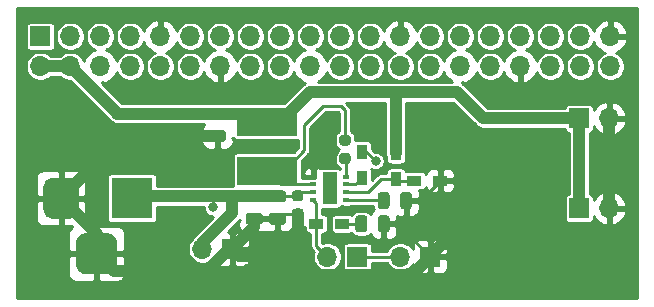
<source format=gtl>
G04 #@! TF.GenerationSoftware,KiCad,Pcbnew,(5.1.6-0-10_14)*
G04 #@! TF.CreationDate,2021-08-26T03:19:47+09:00*
G04 #@! TF.ProjectId,5v,35762e6b-6963-4616-945f-706362585858,rev?*
G04 #@! TF.SameCoordinates,Original*
G04 #@! TF.FileFunction,Copper,L1,Top*
G04 #@! TF.FilePolarity,Positive*
%FSLAX46Y46*%
G04 Gerber Fmt 4.6, Leading zero omitted, Abs format (unit mm)*
G04 Created by KiCad (PCBNEW (5.1.6-0-10_14)) date 2021-08-26 03:19:47*
%MOMM*%
%LPD*%
G01*
G04 APERTURE LIST*
G04 #@! TA.AperFunction,ComponentPad*
%ADD10R,3.500000X3.500000*%
G04 #@! TD*
G04 #@! TA.AperFunction,ComponentPad*
%ADD11R,1.700000X1.700000*%
G04 #@! TD*
G04 #@! TA.AperFunction,ComponentPad*
%ADD12O,1.700000X1.700000*%
G04 #@! TD*
G04 #@! TA.AperFunction,SMDPad,CuDef*
%ADD13R,5.100000X2.350000*%
G04 #@! TD*
G04 #@! TA.AperFunction,SMDPad,CuDef*
%ADD14R,0.900000X1.200000*%
G04 #@! TD*
G04 #@! TA.AperFunction,SMDPad,CuDef*
%ADD15R,1.200000X0.900000*%
G04 #@! TD*
G04 #@! TA.AperFunction,SMDPad,CuDef*
%ADD16R,0.500000X0.400000*%
G04 #@! TD*
G04 #@! TA.AperFunction,SMDPad,CuDef*
%ADD17R,1.250000X2.700000*%
G04 #@! TD*
G04 #@! TA.AperFunction,ViaPad*
%ADD18C,0.800000*%
G04 #@! TD*
G04 #@! TA.AperFunction,Conductor*
%ADD19C,0.250000*%
G04 #@! TD*
G04 #@! TA.AperFunction,Conductor*
%ADD20C,1.016000*%
G04 #@! TD*
G04 #@! TA.AperFunction,Conductor*
%ADD21C,0.254000*%
G04 #@! TD*
G04 APERTURE END LIST*
G04 #@! TO.P,C1,2*
G04 #@! TO.N,Net-(C1-Pad2)*
G04 #@! TA.AperFunction,SMDPad,CuDef*
G36*
G01*
X134070000Y-90395000D02*
X134070000Y-91345000D01*
G75*
G02*
X133820000Y-91595000I-250000J0D01*
G01*
X133320000Y-91595000D01*
G75*
G02*
X133070000Y-91345000I0J250000D01*
G01*
X133070000Y-90395000D01*
G75*
G02*
X133320000Y-90145000I250000J0D01*
G01*
X133820000Y-90145000D01*
G75*
G02*
X134070000Y-90395000I0J-250000D01*
G01*
G37*
G04 #@! TD.AperFunction*
G04 #@! TO.P,C1,1*
G04 #@! TO.N,GND*
G04 #@! TA.AperFunction,SMDPad,CuDef*
G36*
G01*
X135970000Y-90395000D02*
X135970000Y-91345000D01*
G75*
G02*
X135720000Y-91595000I-250000J0D01*
G01*
X135220000Y-91595000D01*
G75*
G02*
X134970000Y-91345000I0J250000D01*
G01*
X134970000Y-90395000D01*
G75*
G02*
X135220000Y-90145000I250000J0D01*
G01*
X135720000Y-90145000D01*
G75*
G02*
X135970000Y-90395000I0J-250000D01*
G01*
G37*
G04 #@! TD.AperFunction*
G04 #@! TD*
G04 #@! TO.P,CIN1,2*
G04 #@! TO.N,12V*
G04 #@! TA.AperFunction,SMDPad,CuDef*
G36*
G01*
X123095000Y-91010000D02*
X122145000Y-91010000D01*
G75*
G02*
X121895000Y-90760000I0J250000D01*
G01*
X121895000Y-90260000D01*
G75*
G02*
X122145000Y-90010000I250000J0D01*
G01*
X123095000Y-90010000D01*
G75*
G02*
X123345000Y-90260000I0J-250000D01*
G01*
X123345000Y-90760000D01*
G75*
G02*
X123095000Y-91010000I-250000J0D01*
G01*
G37*
G04 #@! TD.AperFunction*
G04 #@! TO.P,CIN1,1*
G04 #@! TO.N,GND*
G04 #@! TA.AperFunction,SMDPad,CuDef*
G36*
G01*
X123095000Y-92910000D02*
X122145000Y-92910000D01*
G75*
G02*
X121895000Y-92660000I0J250000D01*
G01*
X121895000Y-92160000D01*
G75*
G02*
X122145000Y-91910000I250000J0D01*
G01*
X123095000Y-91910000D01*
G75*
G02*
X123345000Y-92160000I0J-250000D01*
G01*
X123345000Y-92660000D01*
G75*
G02*
X123095000Y-92910000I-250000J0D01*
G01*
G37*
G04 #@! TD.AperFunction*
G04 #@! TD*
G04 #@! TO.P,CIN2,2*
G04 #@! TO.N,12V*
G04 #@! TA.AperFunction,SMDPad,CuDef*
G36*
G01*
X125055000Y-91010000D02*
X124105000Y-91010000D01*
G75*
G02*
X123855000Y-90760000I0J250000D01*
G01*
X123855000Y-90260000D01*
G75*
G02*
X124105000Y-90010000I250000J0D01*
G01*
X125055000Y-90010000D01*
G75*
G02*
X125305000Y-90260000I0J-250000D01*
G01*
X125305000Y-90760000D01*
G75*
G02*
X125055000Y-91010000I-250000J0D01*
G01*
G37*
G04 #@! TD.AperFunction*
G04 #@! TO.P,CIN2,1*
G04 #@! TO.N,GND*
G04 #@! TA.AperFunction,SMDPad,CuDef*
G36*
G01*
X125055000Y-92910000D02*
X124105000Y-92910000D01*
G75*
G02*
X123855000Y-92660000I0J250000D01*
G01*
X123855000Y-92160000D01*
G75*
G02*
X124105000Y-91910000I250000J0D01*
G01*
X125055000Y-91910000D01*
G75*
G02*
X125305000Y-92160000I0J-250000D01*
G01*
X125305000Y-92660000D01*
G75*
G02*
X125055000Y-92910000I-250000J0D01*
G01*
G37*
G04 #@! TD.AperFunction*
G04 #@! TD*
G04 #@! TO.P,CIN3,2*
G04 #@! TO.N,12V*
G04 #@! TA.AperFunction,SMDPad,CuDef*
G36*
G01*
X126540000Y-90905000D02*
X126040000Y-90905000D01*
G75*
G02*
X125815000Y-90680000I0J225000D01*
G01*
X125815000Y-90230000D01*
G75*
G02*
X126040000Y-90005000I225000J0D01*
G01*
X126540000Y-90005000D01*
G75*
G02*
X126765000Y-90230000I0J-225000D01*
G01*
X126765000Y-90680000D01*
G75*
G02*
X126540000Y-90905000I-225000J0D01*
G01*
G37*
G04 #@! TD.AperFunction*
G04 #@! TO.P,CIN3,1*
G04 #@! TO.N,GND*
G04 #@! TA.AperFunction,SMDPad,CuDef*
G36*
G01*
X126540000Y-92455000D02*
X126040000Y-92455000D01*
G75*
G02*
X125815000Y-92230000I0J225000D01*
G01*
X125815000Y-91780000D01*
G75*
G02*
X126040000Y-91555000I225000J0D01*
G01*
X126540000Y-91555000D01*
G75*
G02*
X126765000Y-91780000I0J-225000D01*
G01*
X126765000Y-92230000D01*
G75*
G02*
X126540000Y-92455000I-225000J0D01*
G01*
G37*
G04 #@! TD.AperFunction*
G04 #@! TD*
G04 #@! TO.P,J1,3*
G04 #@! TO.N,GND*
G04 #@! TA.AperFunction,ComponentPad*
G36*
G01*
X107510000Y-96245000D02*
X107510000Y-94495000D01*
G75*
G02*
X108385000Y-93620000I875000J0D01*
G01*
X110135000Y-93620000D01*
G75*
G02*
X111010000Y-94495000I0J-875000D01*
G01*
X111010000Y-96245000D01*
G75*
G02*
X110135000Y-97120000I-875000J0D01*
G01*
X108385000Y-97120000D01*
G75*
G02*
X107510000Y-96245000I0J875000D01*
G01*
G37*
G04 #@! TD.AperFunction*
G04 #@! TO.P,J1,2*
G04 #@! TA.AperFunction,ComponentPad*
G36*
G01*
X104760000Y-91670000D02*
X104760000Y-89670000D01*
G75*
G02*
X105510000Y-88920000I750000J0D01*
G01*
X107010000Y-88920000D01*
G75*
G02*
X107760000Y-89670000I0J-750000D01*
G01*
X107760000Y-91670000D01*
G75*
G02*
X107010000Y-92420000I-750000J0D01*
G01*
X105510000Y-92420000D01*
G75*
G02*
X104760000Y-91670000I0J750000D01*
G01*
G37*
G04 #@! TD.AperFunction*
D10*
G04 #@! TO.P,J1,1*
G04 #@! TO.N,12V*
X112260000Y-90670000D03*
G04 #@! TD*
D11*
G04 #@! TO.P,J2,1*
G04 #@! TO.N,GND*
X120750000Y-94980000D03*
D12*
G04 #@! TO.P,J2,2*
G04 #@! TO.N,12V*
X118210000Y-94980000D03*
G04 #@! TD*
D11*
G04 #@! TO.P,J4,1*
G04 #@! TO.N,5V*
X150120000Y-83900000D03*
D12*
G04 #@! TO.P,J4,2*
G04 #@! TO.N,GND*
X152660000Y-83900000D03*
G04 #@! TD*
G04 #@! TO.P,C2,2*
G04 #@! TO.N,5V*
G04 #@! TA.AperFunction,SMDPad,CuDef*
G36*
G01*
X119975000Y-84010000D02*
X119025000Y-84010000D01*
G75*
G02*
X118775000Y-83760000I0J250000D01*
G01*
X118775000Y-83260000D01*
G75*
G02*
X119025000Y-83010000I250000J0D01*
G01*
X119975000Y-83010000D01*
G75*
G02*
X120225000Y-83260000I0J-250000D01*
G01*
X120225000Y-83760000D01*
G75*
G02*
X119975000Y-84010000I-250000J0D01*
G01*
G37*
G04 #@! TD.AperFunction*
G04 #@! TO.P,C2,1*
G04 #@! TO.N,GND*
G04 #@! TA.AperFunction,SMDPad,CuDef*
G36*
G01*
X119975000Y-85910000D02*
X119025000Y-85910000D01*
G75*
G02*
X118775000Y-85660000I0J250000D01*
G01*
X118775000Y-85160000D01*
G75*
G02*
X119025000Y-84910000I250000J0D01*
G01*
X119975000Y-84910000D01*
G75*
G02*
X120225000Y-85160000I0J-250000D01*
G01*
X120225000Y-85660000D01*
G75*
G02*
X119975000Y-85910000I-250000J0D01*
G01*
G37*
G04 #@! TD.AperFunction*
G04 #@! TD*
G04 #@! TO.P,CBST1,2*
G04 #@! TO.N,Net-(CBST1-Pad2)*
G04 #@! TA.AperFunction,SMDPad,CuDef*
G36*
G01*
X130040000Y-86855000D02*
X130540000Y-86855000D01*
G75*
G02*
X130765000Y-87080000I0J-225000D01*
G01*
X130765000Y-87530000D01*
G75*
G02*
X130540000Y-87755000I-225000J0D01*
G01*
X130040000Y-87755000D01*
G75*
G02*
X129815000Y-87530000I0J225000D01*
G01*
X129815000Y-87080000D01*
G75*
G02*
X130040000Y-86855000I225000J0D01*
G01*
G37*
G04 #@! TD.AperFunction*
G04 #@! TO.P,CBST1,1*
G04 #@! TO.N,Net-(CBST1-Pad1)*
G04 #@! TA.AperFunction,SMDPad,CuDef*
G36*
G01*
X130040000Y-85305000D02*
X130540000Y-85305000D01*
G75*
G02*
X130765000Y-85530000I0J-225000D01*
G01*
X130765000Y-85980000D01*
G75*
G02*
X130540000Y-86205000I-225000J0D01*
G01*
X130040000Y-86205000D01*
G75*
G02*
X129815000Y-85980000I0J225000D01*
G01*
X129815000Y-85530000D01*
G75*
G02*
X130040000Y-85305000I225000J0D01*
G01*
G37*
G04 #@! TD.AperFunction*
G04 #@! TD*
G04 #@! TO.P,CC1,2*
G04 #@! TO.N,Net-(CC1-Pad2)*
G04 #@! TA.AperFunction,SMDPad,CuDef*
G36*
G01*
X132180000Y-92355000D02*
X132180000Y-93305000D01*
G75*
G02*
X131930000Y-93555000I-250000J0D01*
G01*
X131430000Y-93555000D01*
G75*
G02*
X131180000Y-93305000I0J250000D01*
G01*
X131180000Y-92355000D01*
G75*
G02*
X131430000Y-92105000I250000J0D01*
G01*
X131930000Y-92105000D01*
G75*
G02*
X132180000Y-92355000I0J-250000D01*
G01*
G37*
G04 #@! TD.AperFunction*
G04 #@! TO.P,CC1,1*
G04 #@! TO.N,GND*
G04 #@! TA.AperFunction,SMDPad,CuDef*
G36*
G01*
X134080000Y-92355000D02*
X134080000Y-93305000D01*
G75*
G02*
X133830000Y-93555000I-250000J0D01*
G01*
X133330000Y-93555000D01*
G75*
G02*
X133080000Y-93305000I0J250000D01*
G01*
X133080000Y-92355000D01*
G75*
G02*
X133330000Y-92105000I250000J0D01*
G01*
X133830000Y-92105000D01*
G75*
G02*
X134080000Y-92355000I0J-250000D01*
G01*
G37*
G04 #@! TD.AperFunction*
G04 #@! TD*
D11*
G04 #@! TO.P,J5,1*
G04 #@! TO.N,5V*
X150120000Y-91520000D03*
D12*
G04 #@! TO.P,J5,2*
G04 #@! TO.N,GND*
X152660000Y-91520000D03*
G04 #@! TD*
D13*
G04 #@! TO.P,L1,1*
G04 #@! TO.N,Net-(CBST1-Pad1)*
X123720000Y-88325000D03*
G04 #@! TO.P,L1,2*
G04 #@! TO.N,5V*
X123720000Y-84175000D03*
G04 #@! TD*
D14*
G04 #@! TO.P,R1,2*
G04 #@! TO.N,Net-(R1-Pad2)*
X134600000Y-89030000D03*
G04 #@! TO.P,R1,1*
G04 #@! TO.N,5V*
X134600000Y-86830000D03*
G04 #@! TD*
D15*
G04 #@! TO.P,R2,1*
G04 #@! TO.N,Net-(R1-Pad2)*
X136170000Y-89170000D03*
G04 #@! TO.P,R2,2*
G04 #@! TO.N,GND*
X138370000Y-89170000D03*
G04 #@! TD*
D14*
G04 #@! TO.P,R3,1*
G04 #@! TO.N,Net-(R3-Pad1)*
X131720000Y-88930000D03*
G04 #@! TO.P,R3,2*
G04 #@! TO.N,12V*
X131720000Y-86730000D03*
G04 #@! TD*
D15*
G04 #@! TO.P,RC1,2*
G04 #@! TO.N,Net-(CC1-Pad2)*
X130080000Y-92840000D03*
G04 #@! TO.P,RC1,1*
G04 #@! TO.N,Net-(J6-Pad2)*
X127880000Y-92840000D03*
G04 #@! TD*
D16*
G04 #@! TO.P,U1,1*
G04 #@! TO.N,GND*
X127620000Y-88845000D03*
G04 #@! TO.P,U1,2*
G04 #@! TO.N,Net-(CBST1-Pad1)*
X127620000Y-89495000D03*
G04 #@! TO.P,U1,3*
G04 #@! TO.N,12V*
X127620000Y-90145000D03*
G04 #@! TO.P,U1,4*
G04 #@! TO.N,Net-(J6-Pad2)*
X127620000Y-90795000D03*
G04 #@! TO.P,U1,5*
G04 #@! TO.N,Net-(C1-Pad2)*
X130420000Y-90795000D03*
G04 #@! TO.P,U1,6*
G04 #@! TO.N,Net-(R1-Pad2)*
X130420000Y-90145000D03*
G04 #@! TO.P,U1,7*
G04 #@! TO.N,Net-(R3-Pad1)*
X130420000Y-89495000D03*
G04 #@! TO.P,U1,8*
G04 #@! TO.N,Net-(CBST1-Pad2)*
X130420000Y-88845000D03*
D17*
G04 #@! TO.P,U1,9*
G04 #@! TO.N,N/C*
X129020000Y-89820000D03*
G04 #@! TD*
D12*
G04 #@! TO.P,J6,2*
G04 #@! TO.N,Net-(J6-Pad2)*
X128810000Y-95620000D03*
D11*
G04 #@! TO.P,J6,1*
G04 #@! TO.N,Net-(J6-Pad1)*
X131350000Y-95620000D03*
G04 #@! TD*
G04 #@! TO.P,J7,1*
G04 #@! TO.N,GND*
X137520000Y-95610000D03*
D12*
G04 #@! TO.P,J7,2*
G04 #@! TO.N,Net-(J6-Pad1)*
X134980000Y-95610000D03*
G04 #@! TD*
G04 #@! TO.P,J8,40*
G04 #@! TO.N,N/C*
X152760000Y-79500000D03*
G04 #@! TO.P,J8,39*
G04 #@! TO.N,GND*
X152760000Y-76960000D03*
G04 #@! TO.P,J8,38*
G04 #@! TO.N,N/C*
X150220000Y-79500000D03*
G04 #@! TO.P,J8,37*
X150220000Y-76960000D03*
G04 #@! TO.P,J8,36*
X147680000Y-79500000D03*
G04 #@! TO.P,J8,35*
X147680000Y-76960000D03*
G04 #@! TO.P,J8,34*
G04 #@! TO.N,GND*
X145140000Y-79500000D03*
G04 #@! TO.P,J8,33*
G04 #@! TO.N,N/C*
X145140000Y-76960000D03*
G04 #@! TO.P,J8,32*
X142600000Y-79500000D03*
G04 #@! TO.P,J8,31*
X142600000Y-76960000D03*
G04 #@! TO.P,J8,30*
G04 #@! TO.N,GND*
X140060000Y-79500000D03*
G04 #@! TO.P,J8,29*
G04 #@! TO.N,N/C*
X140060000Y-76960000D03*
G04 #@! TO.P,J8,28*
X137520000Y-79500000D03*
G04 #@! TO.P,J8,27*
X137520000Y-76960000D03*
G04 #@! TO.P,J8,26*
X134980000Y-79500000D03*
G04 #@! TO.P,J8,25*
G04 #@! TO.N,GND*
X134980000Y-76960000D03*
G04 #@! TO.P,J8,24*
G04 #@! TO.N,N/C*
X132440000Y-79500000D03*
G04 #@! TO.P,J8,23*
X132440000Y-76960000D03*
G04 #@! TO.P,J8,22*
X129900000Y-79500000D03*
G04 #@! TO.P,J8,21*
X129900000Y-76960000D03*
G04 #@! TO.P,J8,20*
G04 #@! TO.N,GND*
X127360000Y-79500000D03*
G04 #@! TO.P,J8,19*
G04 #@! TO.N,N/C*
X127360000Y-76960000D03*
G04 #@! TO.P,J8,18*
X124820000Y-79500000D03*
G04 #@! TO.P,J8,17*
X124820000Y-76960000D03*
G04 #@! TO.P,J8,16*
X122280000Y-79500000D03*
G04 #@! TO.P,J8,15*
X122280000Y-76960000D03*
G04 #@! TO.P,J8,14*
G04 #@! TO.N,GND*
X119740000Y-79500000D03*
G04 #@! TO.P,J8,13*
G04 #@! TO.N,N/C*
X119740000Y-76960000D03*
G04 #@! TO.P,J8,12*
X117200000Y-79500000D03*
G04 #@! TO.P,J8,11*
X117200000Y-76960000D03*
G04 #@! TO.P,J8,10*
X114660000Y-79500000D03*
G04 #@! TO.P,J8,9*
G04 #@! TO.N,GND*
X114660000Y-76960000D03*
G04 #@! TO.P,J8,8*
G04 #@! TO.N,N/C*
X112120000Y-79500000D03*
G04 #@! TO.P,J8,7*
X112120000Y-76960000D03*
G04 #@! TO.P,J8,6*
G04 #@! TO.N,GND*
X109580000Y-79500000D03*
G04 #@! TO.P,J8,5*
G04 #@! TO.N,N/C*
X109580000Y-76960000D03*
G04 #@! TO.P,J8,4*
G04 #@! TO.N,5V*
X107040000Y-79500000D03*
G04 #@! TO.P,J8,3*
G04 #@! TO.N,N/C*
X107040000Y-76960000D03*
G04 #@! TO.P,J8,2*
G04 #@! TO.N,5V*
X104500000Y-79500000D03*
D11*
G04 #@! TO.P,J8,1*
G04 #@! TO.N,N/C*
X104500000Y-76960000D03*
G04 #@! TD*
D18*
G04 #@! TO.N,GND*
X128140000Y-86730000D03*
X118780000Y-88290000D03*
X136390000Y-85590000D03*
X137660000Y-86860000D03*
X138930000Y-85590000D03*
X140200000Y-86860000D03*
X141470000Y-85590000D03*
X142740000Y-86860000D03*
X145280000Y-86860000D03*
X147820000Y-86860000D03*
X141470000Y-88130000D03*
X140200000Y-89400000D03*
X142740000Y-89400000D03*
X145280000Y-89400000D03*
X147820000Y-89400000D03*
X141470000Y-90670000D03*
X140200000Y-91940000D03*
X142740000Y-91940000D03*
X145280000Y-91940000D03*
X147820000Y-91940000D03*
X141470000Y-93210000D03*
X138930000Y-93210000D03*
X138930000Y-90670000D03*
X137660000Y-91940000D03*
X140100000Y-94580000D03*
X142640000Y-94580000D03*
X145180000Y-94580000D03*
X147720000Y-94580000D03*
X141470000Y-95750000D03*
X142740000Y-97020000D03*
X145280000Y-97020000D03*
X141470000Y-98290000D03*
X140200000Y-97020000D03*
X138930000Y-98290000D03*
X136390000Y-98290000D03*
X133850000Y-98290000D03*
X131310000Y-98290000D03*
X128770000Y-98290000D03*
X126230000Y-98290000D03*
X123690000Y-98290000D03*
X124960000Y-97020000D03*
X121150000Y-98290000D03*
X122420000Y-97020000D03*
X118610000Y-98290000D03*
X119880000Y-97020000D03*
X116070000Y-98290000D03*
X117490000Y-96870000D03*
X114315000Y-96870000D03*
X112895000Y-98290000D03*
X116070000Y-95115000D03*
X117340000Y-86860000D03*
X116070000Y-88130000D03*
X114800000Y-86860000D03*
X112260000Y-86860000D03*
X108450000Y-86860000D03*
X105910000Y-86860000D03*
X107180000Y-84955000D03*
X109720000Y-84955000D03*
X108450000Y-83050000D03*
X104640000Y-84955000D03*
X105910000Y-83050000D03*
X141470000Y-88130000D03*
X123690000Y-93845000D03*
X123854158Y-95585842D03*
X126290000Y-94420000D03*
X114165000Y-94480000D03*
X105910000Y-94480000D03*
X129405000Y-86860000D03*
X128970000Y-84290000D03*
X127890000Y-85200000D03*
G04 #@! TO.N,12V*
X132880000Y-87500000D03*
X119150000Y-91440000D03*
G04 #@! TD*
D19*
G04 #@! TO.N,GND*
X122620000Y-92410000D02*
X124580000Y-92410000D01*
X124985000Y-92005000D02*
X124580000Y-92410000D01*
X126290000Y-92005000D02*
X124985000Y-92005000D01*
D20*
X120515842Y-94980000D02*
X120750000Y-94980000D01*
X118625842Y-96870000D02*
X120515842Y-94980000D01*
X122620000Y-93110000D02*
X120750000Y-94980000D01*
X122620000Y-92410000D02*
X122620000Y-93110000D01*
D19*
X127620000Y-88845000D02*
X127620000Y-87250000D01*
X127620000Y-87250000D02*
X128140000Y-86730000D01*
X119500000Y-87570000D02*
X119500000Y-85410000D01*
X118780000Y-88290000D02*
X119500000Y-87570000D01*
D20*
X152660000Y-91520000D02*
X152660000Y-83900000D01*
D19*
X136670000Y-90870000D02*
X135470000Y-90870000D01*
X138370000Y-89170000D02*
X136670000Y-90870000D01*
X133580000Y-92830000D02*
X134770000Y-92830000D01*
X135470000Y-92130000D02*
X135470000Y-90870000D01*
X134770000Y-92830000D02*
X135470000Y-92130000D01*
X134770000Y-92860000D02*
X137520000Y-95610000D01*
X134770000Y-92830000D02*
X134770000Y-92860000D01*
D20*
X138550000Y-94580000D02*
X137520000Y-95610000D01*
X128062159Y-97178001D02*
X126470000Y-95585842D01*
X135951999Y-97178001D02*
X128062159Y-97178001D01*
X137520000Y-95610000D02*
X135951999Y-97178001D01*
X121355842Y-95585842D02*
X120750000Y-94980000D01*
X126470000Y-95585842D02*
X123854158Y-95585842D01*
X109260000Y-93670000D02*
X106260000Y-90670000D01*
X109260000Y-95370000D02*
X109260000Y-93670000D01*
X110760000Y-96870000D02*
X109260000Y-95370000D01*
X118625842Y-96870000D02*
X117490000Y-96870000D01*
X150802081Y-94580000D02*
X147720000Y-94580000D01*
X126290000Y-95405842D02*
X126470000Y-95585842D01*
X126290000Y-92005000D02*
X126290000Y-94420000D01*
X111520000Y-85410000D02*
X106260000Y-90670000D01*
X119500000Y-85410000D02*
X111520000Y-85410000D01*
X140100000Y-94580000D02*
X138550000Y-94580000D01*
X142640000Y-94580000D02*
X140100000Y-94580000D01*
X117490000Y-96870000D02*
X114315000Y-96870000D01*
X114315000Y-96870000D02*
X110760000Y-96870000D01*
X123854158Y-95585842D02*
X121355842Y-95585842D01*
X126290000Y-94420000D02*
X126290000Y-95405842D01*
D19*
G04 #@! TO.N,12V*
X126600000Y-90145000D02*
X126290000Y-90455000D01*
X127620000Y-90145000D02*
X126600000Y-90145000D01*
X124635000Y-90455000D02*
X124580000Y-90510000D01*
X126290000Y-90455000D02*
X124635000Y-90455000D01*
D20*
X124580000Y-90510000D02*
X122620000Y-90510000D01*
X120710000Y-90510000D02*
X120710000Y-91920000D01*
X122620000Y-90510000D02*
X120710000Y-90510000D01*
X118210000Y-94420000D02*
X118210000Y-94980000D01*
X120710000Y-91920000D02*
X118210000Y-94420000D01*
D19*
X132110000Y-86730000D02*
X132880000Y-87500000D01*
X131720000Y-86730000D02*
X132110000Y-86730000D01*
X119150000Y-91440000D02*
X119150000Y-90660000D01*
X119150000Y-90660000D02*
X119000000Y-90510000D01*
D20*
X120710000Y-90510000D02*
X119000000Y-90510000D01*
X112420000Y-90510000D02*
X112260000Y-90670000D01*
X119000000Y-90510000D02*
X112420000Y-90510000D01*
G04 #@! TO.N,5V*
X123055000Y-83510000D02*
X123720000Y-84175000D01*
X119500000Y-83510000D02*
X123055000Y-83510000D01*
X150120000Y-91520000D02*
X150120000Y-83900000D01*
X123995000Y-83900000D02*
X123720000Y-84175000D01*
X134600000Y-86830000D02*
X134600000Y-83920000D01*
X134600000Y-83920000D02*
X134580000Y-83900000D01*
X119500000Y-83510000D02*
X111030000Y-83510000D01*
X123720000Y-84175000D02*
X124825000Y-84175000D01*
X124825000Y-84175000D02*
X127290000Y-81710000D01*
X142010000Y-83900000D02*
X150120000Y-83900000D01*
X139820000Y-81710000D02*
X142010000Y-83900000D01*
X134720000Y-81710000D02*
X139820000Y-81710000D01*
X134600000Y-81830000D02*
X134720000Y-81710000D01*
X134600000Y-83920000D02*
X134600000Y-81830000D01*
X127290000Y-81710000D02*
X134720000Y-81710000D01*
X111030000Y-83490000D02*
X107040000Y-79500000D01*
X111030000Y-83510000D02*
X111030000Y-83490000D01*
X104500000Y-79500000D02*
X107040000Y-79500000D01*
D19*
G04 #@! TO.N,Net-(R1-Pad2)*
X134740000Y-89170000D02*
X134600000Y-89030000D01*
X136170000Y-89170000D02*
X134740000Y-89170000D01*
X130420000Y-90145000D02*
X132215000Y-90145000D01*
X133330000Y-89030000D02*
X134600000Y-89030000D01*
X132215000Y-90145000D02*
X133330000Y-89030000D01*
G04 #@! TO.N,Net-(C1-Pad2)*
X133495000Y-90795000D02*
X133570000Y-90870000D01*
X130420000Y-90795000D02*
X133495000Y-90795000D01*
G04 #@! TO.N,Net-(CBST1-Pad1)*
X124890000Y-89495000D02*
X123720000Y-88325000D01*
X127620000Y-89495000D02*
X124890000Y-89495000D01*
X123720000Y-88325000D02*
X125105000Y-88325000D01*
X125105000Y-88325000D02*
X126850000Y-86580000D01*
X126850000Y-86580000D02*
X126850000Y-84480000D01*
X126850000Y-84480000D02*
X128460000Y-82870000D01*
X128460000Y-82870000D02*
X129930000Y-82870000D01*
X130290000Y-83230000D02*
X130290000Y-85755000D01*
X129930000Y-82870000D02*
X130290000Y-83230000D01*
G04 #@! TO.N,Net-(CBST1-Pad2)*
X130420000Y-87435000D02*
X130290000Y-87305000D01*
X130420000Y-88845000D02*
X130420000Y-87435000D01*
G04 #@! TO.N,Net-(CC1-Pad2)*
X131670000Y-92840000D02*
X131680000Y-92830000D01*
X130080000Y-92840000D02*
X131670000Y-92840000D01*
G04 #@! TO.N,Net-(R3-Pad1)*
X131155000Y-89495000D02*
X131720000Y-88930000D01*
X130420000Y-89495000D02*
X131155000Y-89495000D01*
G04 #@! TO.N,Net-(J6-Pad2)*
X127880000Y-94690000D02*
X128810000Y-95620000D01*
X127880000Y-92840000D02*
X127880000Y-94690000D01*
X127880000Y-91055000D02*
X127620000Y-90795000D01*
X127880000Y-92840000D02*
X127880000Y-91055000D01*
G04 #@! TO.N,Net-(J6-Pad1)*
X134970000Y-95620000D02*
X134980000Y-95610000D01*
X131350000Y-95620000D02*
X134970000Y-95620000D01*
G04 #@! TD*
D21*
G04 #@! TO.N,GND*
G36*
X155009001Y-99129000D02*
G01*
X102531000Y-99129000D01*
X102531000Y-97120000D01*
X106871928Y-97120000D01*
X106884188Y-97244482D01*
X106920498Y-97364180D01*
X106979463Y-97474494D01*
X107058815Y-97571185D01*
X107155506Y-97650537D01*
X107265820Y-97709502D01*
X107385518Y-97745812D01*
X107510000Y-97758072D01*
X108974250Y-97755000D01*
X109133000Y-97596250D01*
X109133000Y-95497000D01*
X109387000Y-95497000D01*
X109387000Y-97596250D01*
X109545750Y-97755000D01*
X111010000Y-97758072D01*
X111134482Y-97745812D01*
X111254180Y-97709502D01*
X111364494Y-97650537D01*
X111461185Y-97571185D01*
X111540537Y-97474494D01*
X111599502Y-97364180D01*
X111635812Y-97244482D01*
X111648072Y-97120000D01*
X111645000Y-95655750D01*
X111486250Y-95497000D01*
X109387000Y-95497000D01*
X109133000Y-95497000D01*
X107033750Y-95497000D01*
X106875000Y-95655750D01*
X106871928Y-97120000D01*
X102531000Y-97120000D01*
X102531000Y-92420000D01*
X104121928Y-92420000D01*
X104134188Y-92544482D01*
X104170498Y-92664180D01*
X104229463Y-92774494D01*
X104308815Y-92871185D01*
X104405506Y-92950537D01*
X104515820Y-93009502D01*
X104635518Y-93045812D01*
X104760000Y-93058072D01*
X105974250Y-93055000D01*
X106133000Y-92896250D01*
X106133000Y-90797000D01*
X106387000Y-90797000D01*
X106387000Y-92896250D01*
X106545750Y-93055000D01*
X107216805Y-93056698D01*
X107155506Y-93089463D01*
X107058815Y-93168815D01*
X106979463Y-93265506D01*
X106920498Y-93375820D01*
X106884188Y-93495518D01*
X106871928Y-93620000D01*
X106875000Y-95084250D01*
X107033750Y-95243000D01*
X109133000Y-95243000D01*
X109133000Y-93143750D01*
X109387000Y-93143750D01*
X109387000Y-95243000D01*
X111486250Y-95243000D01*
X111645000Y-95084250D01*
X111648072Y-93620000D01*
X111635812Y-93495518D01*
X111599502Y-93375820D01*
X111540537Y-93265506D01*
X111461185Y-93168815D01*
X111364494Y-93089463D01*
X111254180Y-93030498D01*
X111134482Y-92994188D01*
X111010000Y-92981928D01*
X109545750Y-92985000D01*
X109387000Y-93143750D01*
X109133000Y-93143750D01*
X108974250Y-92985000D01*
X108053633Y-92983069D01*
X108114494Y-92950537D01*
X108211185Y-92871185D01*
X108290537Y-92774494D01*
X108349502Y-92664180D01*
X108385812Y-92544482D01*
X108398072Y-92420000D01*
X108395000Y-90955750D01*
X108236250Y-90797000D01*
X106387000Y-90797000D01*
X106133000Y-90797000D01*
X104283750Y-90797000D01*
X104125000Y-90955750D01*
X104121928Y-92420000D01*
X102531000Y-92420000D01*
X102531000Y-88920000D01*
X104121928Y-88920000D01*
X104125000Y-90384250D01*
X104283750Y-90543000D01*
X106133000Y-90543000D01*
X106133000Y-88443750D01*
X106387000Y-88443750D01*
X106387000Y-90543000D01*
X108236250Y-90543000D01*
X108395000Y-90384250D01*
X108398072Y-88920000D01*
X108385812Y-88795518D01*
X108349502Y-88675820D01*
X108290537Y-88565506D01*
X108211185Y-88468815D01*
X108114494Y-88389463D01*
X108004180Y-88330498D01*
X107884482Y-88294188D01*
X107760000Y-88281928D01*
X106545750Y-88285000D01*
X106387000Y-88443750D01*
X106133000Y-88443750D01*
X105974250Y-88285000D01*
X104760000Y-88281928D01*
X104635518Y-88294188D01*
X104515820Y-88330498D01*
X104405506Y-88389463D01*
X104308815Y-88468815D01*
X104229463Y-88565506D01*
X104170498Y-88675820D01*
X104134188Y-88795518D01*
X104121928Y-88920000D01*
X102531000Y-88920000D01*
X102531000Y-85910000D01*
X118136928Y-85910000D01*
X118149188Y-86034482D01*
X118185498Y-86154180D01*
X118244463Y-86264494D01*
X118323815Y-86361185D01*
X118420506Y-86440537D01*
X118530820Y-86499502D01*
X118650518Y-86535812D01*
X118775000Y-86548072D01*
X119214250Y-86545000D01*
X119373000Y-86386250D01*
X119373000Y-85537000D01*
X118298750Y-85537000D01*
X118140000Y-85695750D01*
X118136928Y-85910000D01*
X102531000Y-85910000D01*
X102531000Y-79378757D01*
X103269000Y-79378757D01*
X103269000Y-79621243D01*
X103316307Y-79859069D01*
X103409102Y-80083097D01*
X103543820Y-80284717D01*
X103715283Y-80456180D01*
X103916903Y-80590898D01*
X104140931Y-80683693D01*
X104378757Y-80731000D01*
X104621243Y-80731000D01*
X104859069Y-80683693D01*
X105083097Y-80590898D01*
X105284717Y-80456180D01*
X105351897Y-80389000D01*
X106188103Y-80389000D01*
X106255283Y-80456180D01*
X106456903Y-80590898D01*
X106680931Y-80683693D01*
X106918757Y-80731000D01*
X107013765Y-80731000D01*
X110285171Y-84002407D01*
X110287247Y-84006291D01*
X110373663Y-84111589D01*
X110398341Y-84141659D01*
X110533709Y-84252753D01*
X110688149Y-84335303D01*
X110855726Y-84386136D01*
X111030000Y-84403301D01*
X111073667Y-84399000D01*
X118396700Y-84399000D01*
X118323815Y-84458815D01*
X118244463Y-84555506D01*
X118185498Y-84665820D01*
X118149188Y-84785518D01*
X118136928Y-84910000D01*
X118140000Y-85124250D01*
X118298750Y-85283000D01*
X119373000Y-85283000D01*
X119373000Y-85263000D01*
X119627000Y-85263000D01*
X119627000Y-85283000D01*
X119647000Y-85283000D01*
X119647000Y-85537000D01*
X119627000Y-85537000D01*
X119627000Y-86386250D01*
X119785750Y-86545000D01*
X120225000Y-86548072D01*
X120349482Y-86535812D01*
X120469180Y-86499502D01*
X120579494Y-86440537D01*
X120676185Y-86361185D01*
X120755537Y-86264494D01*
X120814502Y-86154180D01*
X120850812Y-86034482D01*
X120863072Y-85910000D01*
X120860000Y-85695750D01*
X120701252Y-85537002D01*
X120837944Y-85537002D01*
X120851678Y-85562696D01*
X120899289Y-85620711D01*
X120957304Y-85668322D01*
X121023492Y-85703701D01*
X121095311Y-85725487D01*
X121170000Y-85732843D01*
X126270000Y-85732843D01*
X126344000Y-85725555D01*
X126344000Y-86370408D01*
X125947251Y-86767157D01*
X121170000Y-86767157D01*
X121095311Y-86774513D01*
X121023492Y-86796299D01*
X120957304Y-86831678D01*
X120899289Y-86879289D01*
X120851678Y-86937304D01*
X120816299Y-87003492D01*
X120794513Y-87075311D01*
X120787157Y-87150000D01*
X120787157Y-89500000D01*
X120794513Y-89574689D01*
X120808561Y-89621000D01*
X120753667Y-89621000D01*
X120710000Y-89616699D01*
X120666333Y-89621000D01*
X114392843Y-89621000D01*
X114392843Y-88920000D01*
X114385487Y-88845311D01*
X114363701Y-88773492D01*
X114328322Y-88707304D01*
X114280711Y-88649289D01*
X114222696Y-88601678D01*
X114156508Y-88566299D01*
X114084689Y-88544513D01*
X114010000Y-88537157D01*
X110510000Y-88537157D01*
X110435311Y-88544513D01*
X110363492Y-88566299D01*
X110297304Y-88601678D01*
X110239289Y-88649289D01*
X110191678Y-88707304D01*
X110156299Y-88773492D01*
X110134513Y-88845311D01*
X110127157Y-88920000D01*
X110127157Y-92420000D01*
X110134513Y-92494689D01*
X110156299Y-92566508D01*
X110191678Y-92632696D01*
X110239289Y-92690711D01*
X110297304Y-92738322D01*
X110363492Y-92773701D01*
X110435311Y-92795487D01*
X110510000Y-92802843D01*
X114010000Y-92802843D01*
X114084689Y-92795487D01*
X114156508Y-92773701D01*
X114222696Y-92738322D01*
X114280711Y-92690711D01*
X114328322Y-92632696D01*
X114363701Y-92566508D01*
X114385487Y-92494689D01*
X114392843Y-92420000D01*
X114392843Y-91399000D01*
X118369000Y-91399000D01*
X118369000Y-91516922D01*
X118399013Y-91667809D01*
X118457887Y-91809942D01*
X118543358Y-91937859D01*
X118652141Y-92046642D01*
X118780058Y-92132113D01*
X118922191Y-92190987D01*
X119073078Y-92221000D01*
X119151764Y-92221000D01*
X117612264Y-93760501D01*
X117578341Y-93788341D01*
X117467247Y-93923710D01*
X117400479Y-94048624D01*
X117253820Y-94195283D01*
X117119102Y-94396903D01*
X117026307Y-94620931D01*
X116979000Y-94858757D01*
X116979000Y-95101243D01*
X117026307Y-95339069D01*
X117119102Y-95563097D01*
X117253820Y-95764717D01*
X117425283Y-95936180D01*
X117626903Y-96070898D01*
X117850931Y-96163693D01*
X118088757Y-96211000D01*
X118331243Y-96211000D01*
X118569069Y-96163693D01*
X118793097Y-96070898D01*
X118994717Y-95936180D01*
X119166180Y-95764717D01*
X119263073Y-95619706D01*
X119261928Y-95830000D01*
X119274188Y-95954482D01*
X119310498Y-96074180D01*
X119369463Y-96184494D01*
X119448815Y-96281185D01*
X119545506Y-96360537D01*
X119655820Y-96419502D01*
X119775518Y-96455812D01*
X119900000Y-96468072D01*
X120464250Y-96465000D01*
X120623000Y-96306250D01*
X120623000Y-95107000D01*
X120877000Y-95107000D01*
X120877000Y-96306250D01*
X121035750Y-96465000D01*
X121600000Y-96468072D01*
X121724482Y-96455812D01*
X121844180Y-96419502D01*
X121954494Y-96360537D01*
X122051185Y-96281185D01*
X122130537Y-96184494D01*
X122189502Y-96074180D01*
X122225812Y-95954482D01*
X122238072Y-95830000D01*
X122235000Y-95265750D01*
X122076250Y-95107000D01*
X120877000Y-95107000D01*
X120623000Y-95107000D01*
X120603000Y-95107000D01*
X120603000Y-94853000D01*
X120623000Y-94853000D01*
X120623000Y-93653750D01*
X120464250Y-93495000D01*
X120392626Y-93494610D01*
X121307742Y-92579494D01*
X121341659Y-92551659D01*
X121353688Y-92537002D01*
X121418748Y-92537002D01*
X121260000Y-92695750D01*
X121256928Y-92910000D01*
X121269188Y-93034482D01*
X121305498Y-93154180D01*
X121364463Y-93264494D01*
X121443815Y-93361185D01*
X121540506Y-93440537D01*
X121644929Y-93496353D01*
X121600000Y-93491928D01*
X121035750Y-93495000D01*
X120877000Y-93653750D01*
X120877000Y-94853000D01*
X122076250Y-94853000D01*
X122235000Y-94694250D01*
X122238072Y-94130000D01*
X122225812Y-94005518D01*
X122189502Y-93885820D01*
X122130537Y-93775506D01*
X122051185Y-93678815D01*
X121954494Y-93599463D01*
X121850071Y-93543647D01*
X121895000Y-93548072D01*
X122334250Y-93545000D01*
X122493000Y-93386250D01*
X122493000Y-92537000D01*
X122747000Y-92537000D01*
X122747000Y-93386250D01*
X122905750Y-93545000D01*
X123345000Y-93548072D01*
X123469482Y-93535812D01*
X123589180Y-93499502D01*
X123600000Y-93493718D01*
X123610820Y-93499502D01*
X123730518Y-93535812D01*
X123855000Y-93548072D01*
X124294250Y-93545000D01*
X124453000Y-93386250D01*
X124453000Y-92537000D01*
X122747000Y-92537000D01*
X122493000Y-92537000D01*
X122473000Y-92537000D01*
X122473000Y-92283000D01*
X122493000Y-92283000D01*
X122493000Y-92263000D01*
X122747000Y-92263000D01*
X122747000Y-92283000D01*
X124453000Y-92283000D01*
X124453000Y-92263000D01*
X124707000Y-92263000D01*
X124707000Y-92283000D01*
X124727000Y-92283000D01*
X124727000Y-92537000D01*
X124707000Y-92537000D01*
X124707000Y-93386250D01*
X124865750Y-93545000D01*
X125305000Y-93548072D01*
X125429482Y-93535812D01*
X125549180Y-93499502D01*
X125659494Y-93440537D01*
X125756185Y-93361185D01*
X125835537Y-93264494D01*
X125894502Y-93154180D01*
X125913524Y-93091473D01*
X126004250Y-93090000D01*
X126163000Y-92931250D01*
X126163000Y-92132000D01*
X126143000Y-92132000D01*
X126143000Y-91878000D01*
X126163000Y-91878000D01*
X126163000Y-91858000D01*
X126417000Y-91858000D01*
X126417000Y-91878000D01*
X126437000Y-91878000D01*
X126437000Y-92132000D01*
X126417000Y-92132000D01*
X126417000Y-92931250D01*
X126575750Y-93090000D01*
X126765000Y-93093072D01*
X126889482Y-93080812D01*
X126897157Y-93078484D01*
X126897157Y-93290000D01*
X126904513Y-93364689D01*
X126926299Y-93436508D01*
X126961678Y-93502696D01*
X127009289Y-93560711D01*
X127067304Y-93608322D01*
X127133492Y-93643701D01*
X127205311Y-93665487D01*
X127280000Y-93672843D01*
X127374000Y-93672843D01*
X127374001Y-94665144D01*
X127371553Y-94690000D01*
X127381322Y-94789192D01*
X127410255Y-94884574D01*
X127410256Y-94884575D01*
X127457242Y-94972479D01*
X127520474Y-95049527D01*
X127539780Y-95065371D01*
X127658242Y-95183833D01*
X127626307Y-95260931D01*
X127579000Y-95498757D01*
X127579000Y-95741243D01*
X127626307Y-95979069D01*
X127719102Y-96203097D01*
X127853820Y-96404717D01*
X128025283Y-96576180D01*
X128226903Y-96710898D01*
X128450931Y-96803693D01*
X128688757Y-96851000D01*
X128931243Y-96851000D01*
X129169069Y-96803693D01*
X129393097Y-96710898D01*
X129594717Y-96576180D01*
X129766180Y-96404717D01*
X129900898Y-96203097D01*
X129993693Y-95979069D01*
X130041000Y-95741243D01*
X130041000Y-95498757D01*
X129993693Y-95260931D01*
X129900898Y-95036903D01*
X129766180Y-94835283D01*
X129700897Y-94770000D01*
X130117157Y-94770000D01*
X130117157Y-96470000D01*
X130124513Y-96544689D01*
X130146299Y-96616508D01*
X130181678Y-96682696D01*
X130229289Y-96740711D01*
X130287304Y-96788322D01*
X130353492Y-96823701D01*
X130425311Y-96845487D01*
X130500000Y-96852843D01*
X132200000Y-96852843D01*
X132274689Y-96845487D01*
X132346508Y-96823701D01*
X132412696Y-96788322D01*
X132470711Y-96740711D01*
X132518322Y-96682696D01*
X132553701Y-96616508D01*
X132575487Y-96544689D01*
X132582843Y-96470000D01*
X132582843Y-96126000D01*
X133861310Y-96126000D01*
X133889102Y-96193097D01*
X134023820Y-96394717D01*
X134195283Y-96566180D01*
X134396903Y-96700898D01*
X134620931Y-96793693D01*
X134858757Y-96841000D01*
X135101243Y-96841000D01*
X135339069Y-96793693D01*
X135563097Y-96700898D01*
X135764717Y-96566180D01*
X135936180Y-96394717D01*
X136033073Y-96249706D01*
X136031928Y-96460000D01*
X136044188Y-96584482D01*
X136080498Y-96704180D01*
X136139463Y-96814494D01*
X136218815Y-96911185D01*
X136315506Y-96990537D01*
X136425820Y-97049502D01*
X136545518Y-97085812D01*
X136670000Y-97098072D01*
X137234250Y-97095000D01*
X137393000Y-96936250D01*
X137393000Y-95737000D01*
X137647000Y-95737000D01*
X137647000Y-96936250D01*
X137805750Y-97095000D01*
X138370000Y-97098072D01*
X138494482Y-97085812D01*
X138614180Y-97049502D01*
X138724494Y-96990537D01*
X138821185Y-96911185D01*
X138900537Y-96814494D01*
X138959502Y-96704180D01*
X138995812Y-96584482D01*
X139008072Y-96460000D01*
X139005000Y-95895750D01*
X138846250Y-95737000D01*
X137647000Y-95737000D01*
X137393000Y-95737000D01*
X137373000Y-95737000D01*
X137373000Y-95483000D01*
X137393000Y-95483000D01*
X137393000Y-94283750D01*
X137647000Y-94283750D01*
X137647000Y-95483000D01*
X138846250Y-95483000D01*
X139005000Y-95324250D01*
X139008072Y-94760000D01*
X138995812Y-94635518D01*
X138959502Y-94515820D01*
X138900537Y-94405506D01*
X138821185Y-94308815D01*
X138724494Y-94229463D01*
X138614180Y-94170498D01*
X138494482Y-94134188D01*
X138370000Y-94121928D01*
X137805750Y-94125000D01*
X137647000Y-94283750D01*
X137393000Y-94283750D01*
X137234250Y-94125000D01*
X136670000Y-94121928D01*
X136545518Y-94134188D01*
X136425820Y-94170498D01*
X136315506Y-94229463D01*
X136218815Y-94308815D01*
X136139463Y-94405506D01*
X136080498Y-94515820D01*
X136044188Y-94635518D01*
X136031928Y-94760000D01*
X136033073Y-94970294D01*
X135936180Y-94825283D01*
X135764717Y-94653820D01*
X135563097Y-94519102D01*
X135339069Y-94426307D01*
X135101243Y-94379000D01*
X134858757Y-94379000D01*
X134620931Y-94426307D01*
X134396903Y-94519102D01*
X134195283Y-94653820D01*
X134023820Y-94825283D01*
X133889102Y-95026903D01*
X133853025Y-95114000D01*
X132582843Y-95114000D01*
X132582843Y-94770000D01*
X132575487Y-94695311D01*
X132553701Y-94623492D01*
X132518322Y-94557304D01*
X132470711Y-94499289D01*
X132412696Y-94451678D01*
X132346508Y-94416299D01*
X132274689Y-94394513D01*
X132200000Y-94387157D01*
X130500000Y-94387157D01*
X130425311Y-94394513D01*
X130353492Y-94416299D01*
X130287304Y-94451678D01*
X130229289Y-94499289D01*
X130181678Y-94557304D01*
X130146299Y-94623492D01*
X130124513Y-94695311D01*
X130117157Y-94770000D01*
X129700897Y-94770000D01*
X129594717Y-94663820D01*
X129393097Y-94529102D01*
X129169069Y-94436307D01*
X128931243Y-94389000D01*
X128688757Y-94389000D01*
X128450931Y-94436307D01*
X128386000Y-94463202D01*
X128386000Y-93672843D01*
X128480000Y-93672843D01*
X128554689Y-93665487D01*
X128626508Y-93643701D01*
X128692696Y-93608322D01*
X128750711Y-93560711D01*
X128798322Y-93502696D01*
X128833701Y-93436508D01*
X128855487Y-93364689D01*
X128862843Y-93290000D01*
X128862843Y-92390000D01*
X128855487Y-92315311D01*
X128833701Y-92243492D01*
X128798322Y-92177304D01*
X128750711Y-92119289D01*
X128692696Y-92071678D01*
X128626508Y-92036299D01*
X128554689Y-92014513D01*
X128480000Y-92007157D01*
X128386000Y-92007157D01*
X128386000Y-91551957D01*
X128395000Y-91552843D01*
X129645000Y-91552843D01*
X129719689Y-91545487D01*
X129791508Y-91523701D01*
X129857696Y-91488322D01*
X129915711Y-91440711D01*
X129963322Y-91382696D01*
X129990826Y-91331240D01*
X130023492Y-91348701D01*
X130095311Y-91370487D01*
X130170000Y-91377843D01*
X130670000Y-91377843D01*
X130744689Y-91370487D01*
X130816508Y-91348701D01*
X130882696Y-91313322D01*
X130897711Y-91301000D01*
X132687157Y-91301000D01*
X132687157Y-91345000D01*
X132699317Y-91468462D01*
X132730639Y-91571719D01*
X132725506Y-91574463D01*
X132628815Y-91653815D01*
X132549463Y-91750506D01*
X132490498Y-91860820D01*
X132454188Y-91980518D01*
X132452389Y-91998780D01*
X132377488Y-91907512D01*
X132281589Y-91828810D01*
X132172179Y-91770329D01*
X132053462Y-91734317D01*
X131930000Y-91722157D01*
X131430000Y-91722157D01*
X131306538Y-91734317D01*
X131187821Y-91770329D01*
X131078411Y-91828810D01*
X130982512Y-91907512D01*
X130903810Y-92003411D01*
X130872959Y-92061128D01*
X130826508Y-92036299D01*
X130754689Y-92014513D01*
X130680000Y-92007157D01*
X129480000Y-92007157D01*
X129405311Y-92014513D01*
X129333492Y-92036299D01*
X129267304Y-92071678D01*
X129209289Y-92119289D01*
X129161678Y-92177304D01*
X129126299Y-92243492D01*
X129104513Y-92315311D01*
X129097157Y-92390000D01*
X129097157Y-93290000D01*
X129104513Y-93364689D01*
X129126299Y-93436508D01*
X129161678Y-93502696D01*
X129209289Y-93560711D01*
X129267304Y-93608322D01*
X129333492Y-93643701D01*
X129405311Y-93665487D01*
X129480000Y-93672843D01*
X130680000Y-93672843D01*
X130754689Y-93665487D01*
X130826508Y-93643701D01*
X130881274Y-93614427D01*
X130903810Y-93656589D01*
X130982512Y-93752488D01*
X131078411Y-93831190D01*
X131187821Y-93889671D01*
X131306538Y-93925683D01*
X131430000Y-93937843D01*
X131930000Y-93937843D01*
X132053462Y-93925683D01*
X132172179Y-93889671D01*
X132281589Y-93831190D01*
X132377488Y-93752488D01*
X132452389Y-93661220D01*
X132454188Y-93679482D01*
X132490498Y-93799180D01*
X132549463Y-93909494D01*
X132628815Y-94006185D01*
X132725506Y-94085537D01*
X132835820Y-94144502D01*
X132955518Y-94180812D01*
X133080000Y-94193072D01*
X133294250Y-94190000D01*
X133453000Y-94031250D01*
X133453000Y-92957000D01*
X133707000Y-92957000D01*
X133707000Y-94031250D01*
X133865750Y-94190000D01*
X134080000Y-94193072D01*
X134204482Y-94180812D01*
X134324180Y-94144502D01*
X134434494Y-94085537D01*
X134531185Y-94006185D01*
X134610537Y-93909494D01*
X134669502Y-93799180D01*
X134705812Y-93679482D01*
X134718072Y-93555000D01*
X134715000Y-93115750D01*
X134556250Y-92957000D01*
X133707000Y-92957000D01*
X133453000Y-92957000D01*
X133433000Y-92957000D01*
X133433000Y-92703000D01*
X133453000Y-92703000D01*
X133453000Y-92683000D01*
X133707000Y-92683000D01*
X133707000Y-92703000D01*
X134556250Y-92703000D01*
X134715000Y-92544250D01*
X134717547Y-92180080D01*
X134725820Y-92184502D01*
X134845518Y-92220812D01*
X134970000Y-92233072D01*
X135184250Y-92230000D01*
X135343000Y-92071250D01*
X135343000Y-90997000D01*
X135597000Y-90997000D01*
X135597000Y-92071250D01*
X135755750Y-92230000D01*
X135970000Y-92233072D01*
X136094482Y-92220812D01*
X136214180Y-92184502D01*
X136324494Y-92125537D01*
X136421185Y-92046185D01*
X136500537Y-91949494D01*
X136559502Y-91839180D01*
X136595812Y-91719482D01*
X136608072Y-91595000D01*
X136605000Y-91155750D01*
X136446250Y-90997000D01*
X135597000Y-90997000D01*
X135343000Y-90997000D01*
X135323000Y-90997000D01*
X135323000Y-90743000D01*
X135343000Y-90743000D01*
X135343000Y-90723000D01*
X135597000Y-90723000D01*
X135597000Y-90743000D01*
X136446250Y-90743000D01*
X136605000Y-90584250D01*
X136608072Y-90145000D01*
X136595812Y-90020518D01*
X136590450Y-90002843D01*
X136770000Y-90002843D01*
X136844689Y-89995487D01*
X136916508Y-89973701D01*
X136982696Y-89938322D01*
X137040711Y-89890711D01*
X137088322Y-89832696D01*
X137123701Y-89766508D01*
X137140804Y-89710126D01*
X137144188Y-89744482D01*
X137180498Y-89864180D01*
X137239463Y-89974494D01*
X137318815Y-90071185D01*
X137415506Y-90150537D01*
X137525820Y-90209502D01*
X137645518Y-90245812D01*
X137770000Y-90258072D01*
X138084250Y-90255000D01*
X138243000Y-90096250D01*
X138243000Y-89297000D01*
X138497000Y-89297000D01*
X138497000Y-90096250D01*
X138655750Y-90255000D01*
X138970000Y-90258072D01*
X139094482Y-90245812D01*
X139214180Y-90209502D01*
X139324494Y-90150537D01*
X139421185Y-90071185D01*
X139500537Y-89974494D01*
X139559502Y-89864180D01*
X139595812Y-89744482D01*
X139608072Y-89620000D01*
X139605000Y-89455750D01*
X139446250Y-89297000D01*
X138497000Y-89297000D01*
X138243000Y-89297000D01*
X138223000Y-89297000D01*
X138223000Y-89043000D01*
X138243000Y-89043000D01*
X138243000Y-88243750D01*
X138497000Y-88243750D01*
X138497000Y-89043000D01*
X139446250Y-89043000D01*
X139605000Y-88884250D01*
X139608072Y-88720000D01*
X139595812Y-88595518D01*
X139559502Y-88475820D01*
X139500537Y-88365506D01*
X139421185Y-88268815D01*
X139324494Y-88189463D01*
X139214180Y-88130498D01*
X139094482Y-88094188D01*
X138970000Y-88081928D01*
X138655750Y-88085000D01*
X138497000Y-88243750D01*
X138243000Y-88243750D01*
X138084250Y-88085000D01*
X137770000Y-88081928D01*
X137645518Y-88094188D01*
X137525820Y-88130498D01*
X137415506Y-88189463D01*
X137318815Y-88268815D01*
X137239463Y-88365506D01*
X137180498Y-88475820D01*
X137144188Y-88595518D01*
X137140804Y-88629874D01*
X137123701Y-88573492D01*
X137088322Y-88507304D01*
X137040711Y-88449289D01*
X136982696Y-88401678D01*
X136916508Y-88366299D01*
X136844689Y-88344513D01*
X136770000Y-88337157D01*
X135570000Y-88337157D01*
X135495311Y-88344513D01*
X135426480Y-88365393D01*
X135425487Y-88355311D01*
X135403701Y-88283492D01*
X135368322Y-88217304D01*
X135320711Y-88159289D01*
X135262696Y-88111678D01*
X135196508Y-88076299D01*
X135124689Y-88054513D01*
X135050000Y-88047157D01*
X134150000Y-88047157D01*
X134075311Y-88054513D01*
X134003492Y-88076299D01*
X133937304Y-88111678D01*
X133879289Y-88159289D01*
X133831678Y-88217304D01*
X133796299Y-88283492D01*
X133774513Y-88355311D01*
X133767157Y-88430000D01*
X133767157Y-88524000D01*
X133354845Y-88524000D01*
X133329999Y-88521553D01*
X133305153Y-88524000D01*
X133305146Y-88524000D01*
X133240694Y-88530348D01*
X133230806Y-88531322D01*
X133135425Y-88560255D01*
X133047521Y-88607241D01*
X132970473Y-88670473D01*
X132954628Y-88689780D01*
X132552843Y-89091565D01*
X132552843Y-88330000D01*
X132545487Y-88255311D01*
X132528653Y-88199815D01*
X132652191Y-88250987D01*
X132803078Y-88281000D01*
X132956922Y-88281000D01*
X133107809Y-88250987D01*
X133249942Y-88192113D01*
X133377859Y-88106642D01*
X133486642Y-87997859D01*
X133572113Y-87869942D01*
X133630987Y-87727809D01*
X133661000Y-87576922D01*
X133661000Y-87423078D01*
X133630987Y-87272191D01*
X133572113Y-87130058D01*
X133486642Y-87002141D01*
X133377859Y-86893358D01*
X133249942Y-86807887D01*
X133107809Y-86749013D01*
X132956922Y-86719000D01*
X132814591Y-86719000D01*
X132552843Y-86457252D01*
X132552843Y-86130000D01*
X132545487Y-86055311D01*
X132523701Y-85983492D01*
X132488322Y-85917304D01*
X132440711Y-85859289D01*
X132382696Y-85811678D01*
X132316508Y-85776299D01*
X132244689Y-85754513D01*
X132170000Y-85747157D01*
X131270000Y-85747157D01*
X131195311Y-85754513D01*
X131147843Y-85768912D01*
X131147843Y-85530000D01*
X131136163Y-85411416D01*
X131101574Y-85297389D01*
X131045403Y-85192301D01*
X130969810Y-85100190D01*
X130877699Y-85024597D01*
X130796000Y-84980928D01*
X130796000Y-83254854D01*
X130798448Y-83230000D01*
X130788678Y-83130807D01*
X130759745Y-83035425D01*
X130744391Y-83006700D01*
X130712759Y-82947521D01*
X130649527Y-82870473D01*
X130630220Y-82854628D01*
X130374591Y-82599000D01*
X133711001Y-82599000D01*
X133711000Y-83702201D01*
X133703864Y-83725726D01*
X133686700Y-83900000D01*
X133703864Y-84074274D01*
X133711001Y-84097801D01*
X133711000Y-86873666D01*
X133723864Y-87004273D01*
X133767157Y-87146993D01*
X133767157Y-87430000D01*
X133774513Y-87504689D01*
X133796299Y-87576508D01*
X133831678Y-87642696D01*
X133879289Y-87700711D01*
X133937304Y-87748322D01*
X134003492Y-87783701D01*
X134075311Y-87805487D01*
X134150000Y-87812843D01*
X135050000Y-87812843D01*
X135124689Y-87805487D01*
X135196508Y-87783701D01*
X135262696Y-87748322D01*
X135320711Y-87700711D01*
X135368322Y-87642696D01*
X135403701Y-87576508D01*
X135425487Y-87504689D01*
X135432843Y-87430000D01*
X135432843Y-87146994D01*
X135476136Y-87004274D01*
X135489000Y-86873667D01*
X135489000Y-83963659D01*
X135493300Y-83919999D01*
X135489000Y-83876339D01*
X135489000Y-82599000D01*
X139451765Y-82599000D01*
X141350504Y-84497740D01*
X141378341Y-84531659D01*
X141513709Y-84642753D01*
X141668149Y-84725303D01*
X141749566Y-84750000D01*
X141835725Y-84776136D01*
X141852325Y-84777771D01*
X141966333Y-84789000D01*
X141966340Y-84789000D01*
X142010000Y-84793300D01*
X142053660Y-84789000D01*
X148890998Y-84789000D01*
X148894513Y-84824689D01*
X148916299Y-84896508D01*
X148951678Y-84962696D01*
X148999289Y-85020711D01*
X149057304Y-85068322D01*
X149123492Y-85103701D01*
X149195311Y-85125487D01*
X149231001Y-85129002D01*
X149231000Y-90290998D01*
X149195311Y-90294513D01*
X149123492Y-90316299D01*
X149057304Y-90351678D01*
X148999289Y-90399289D01*
X148951678Y-90457304D01*
X148916299Y-90523492D01*
X148894513Y-90595311D01*
X148887157Y-90670000D01*
X148887157Y-92370000D01*
X148894513Y-92444689D01*
X148916299Y-92516508D01*
X148951678Y-92582696D01*
X148999289Y-92640711D01*
X149057304Y-92688322D01*
X149123492Y-92723701D01*
X149195311Y-92745487D01*
X149270000Y-92752843D01*
X150970000Y-92752843D01*
X151044689Y-92745487D01*
X151116508Y-92723701D01*
X151182696Y-92688322D01*
X151240711Y-92640711D01*
X151288322Y-92582696D01*
X151323701Y-92516508D01*
X151345487Y-92444689D01*
X151352843Y-92370000D01*
X151352843Y-92213367D01*
X151464822Y-92401355D01*
X151659731Y-92617588D01*
X151893080Y-92791641D01*
X152155901Y-92916825D01*
X152303110Y-92961476D01*
X152533000Y-92840155D01*
X152533000Y-91647000D01*
X152787000Y-91647000D01*
X152787000Y-92840155D01*
X153016890Y-92961476D01*
X153164099Y-92916825D01*
X153426920Y-92791641D01*
X153660269Y-92617588D01*
X153855178Y-92401355D01*
X154004157Y-92151252D01*
X154101481Y-91876891D01*
X153980814Y-91647000D01*
X152787000Y-91647000D01*
X152533000Y-91647000D01*
X152513000Y-91647000D01*
X152513000Y-91393000D01*
X152533000Y-91393000D01*
X152533000Y-90199845D01*
X152787000Y-90199845D01*
X152787000Y-91393000D01*
X153980814Y-91393000D01*
X154101481Y-91163109D01*
X154004157Y-90888748D01*
X153855178Y-90638645D01*
X153660269Y-90422412D01*
X153426920Y-90248359D01*
X153164099Y-90123175D01*
X153016890Y-90078524D01*
X152787000Y-90199845D01*
X152533000Y-90199845D01*
X152303110Y-90078524D01*
X152155901Y-90123175D01*
X151893080Y-90248359D01*
X151659731Y-90422412D01*
X151464822Y-90638645D01*
X151352843Y-90826633D01*
X151352843Y-90670000D01*
X151345487Y-90595311D01*
X151323701Y-90523492D01*
X151288322Y-90457304D01*
X151240711Y-90399289D01*
X151182696Y-90351678D01*
X151116508Y-90316299D01*
X151044689Y-90294513D01*
X151009000Y-90290998D01*
X151009000Y-85129002D01*
X151044689Y-85125487D01*
X151116508Y-85103701D01*
X151182696Y-85068322D01*
X151240711Y-85020711D01*
X151288322Y-84962696D01*
X151323701Y-84896508D01*
X151345487Y-84824689D01*
X151352843Y-84750000D01*
X151352843Y-84593367D01*
X151464822Y-84781355D01*
X151659731Y-84997588D01*
X151893080Y-85171641D01*
X152155901Y-85296825D01*
X152303110Y-85341476D01*
X152533000Y-85220155D01*
X152533000Y-84027000D01*
X152787000Y-84027000D01*
X152787000Y-85220155D01*
X153016890Y-85341476D01*
X153164099Y-85296825D01*
X153426920Y-85171641D01*
X153660269Y-84997588D01*
X153855178Y-84781355D01*
X154004157Y-84531252D01*
X154101481Y-84256891D01*
X153980814Y-84027000D01*
X152787000Y-84027000D01*
X152533000Y-84027000D01*
X152513000Y-84027000D01*
X152513000Y-83773000D01*
X152533000Y-83773000D01*
X152533000Y-82579845D01*
X152787000Y-82579845D01*
X152787000Y-83773000D01*
X153980814Y-83773000D01*
X154101481Y-83543109D01*
X154004157Y-83268748D01*
X153855178Y-83018645D01*
X153660269Y-82802412D01*
X153426920Y-82628359D01*
X153164099Y-82503175D01*
X153016890Y-82458524D01*
X152787000Y-82579845D01*
X152533000Y-82579845D01*
X152303110Y-82458524D01*
X152155901Y-82503175D01*
X151893080Y-82628359D01*
X151659731Y-82802412D01*
X151464822Y-83018645D01*
X151352843Y-83206633D01*
X151352843Y-83050000D01*
X151345487Y-82975311D01*
X151323701Y-82903492D01*
X151288322Y-82837304D01*
X151240711Y-82779289D01*
X151182696Y-82731678D01*
X151116508Y-82696299D01*
X151044689Y-82674513D01*
X150970000Y-82667157D01*
X149270000Y-82667157D01*
X149195311Y-82674513D01*
X149123492Y-82696299D01*
X149057304Y-82731678D01*
X148999289Y-82779289D01*
X148951678Y-82837304D01*
X148916299Y-82903492D01*
X148894513Y-82975311D01*
X148890998Y-83011000D01*
X142378236Y-83011000D01*
X140479499Y-81112264D01*
X140451659Y-81078341D01*
X140316291Y-80967247D01*
X140187002Y-80898141D01*
X140187002Y-80820156D01*
X140416890Y-80941476D01*
X140564099Y-80896825D01*
X140826920Y-80771641D01*
X141060269Y-80597588D01*
X141255178Y-80381355D01*
X141404157Y-80131252D01*
X141461772Y-79968832D01*
X141509102Y-80083097D01*
X141643820Y-80284717D01*
X141815283Y-80456180D01*
X142016903Y-80590898D01*
X142240931Y-80683693D01*
X142478757Y-80731000D01*
X142721243Y-80731000D01*
X142959069Y-80683693D01*
X143183097Y-80590898D01*
X143384717Y-80456180D01*
X143556180Y-80284717D01*
X143690898Y-80083097D01*
X143738228Y-79968832D01*
X143795843Y-80131252D01*
X143944822Y-80381355D01*
X144139731Y-80597588D01*
X144373080Y-80771641D01*
X144635901Y-80896825D01*
X144783110Y-80941476D01*
X145013000Y-80820155D01*
X145013000Y-79627000D01*
X144993000Y-79627000D01*
X144993000Y-79373000D01*
X145013000Y-79373000D01*
X145013000Y-79353000D01*
X145267000Y-79353000D01*
X145267000Y-79373000D01*
X145287000Y-79373000D01*
X145287000Y-79627000D01*
X145267000Y-79627000D01*
X145267000Y-80820155D01*
X145496890Y-80941476D01*
X145644099Y-80896825D01*
X145906920Y-80771641D01*
X146140269Y-80597588D01*
X146335178Y-80381355D01*
X146484157Y-80131252D01*
X146541772Y-79968832D01*
X146589102Y-80083097D01*
X146723820Y-80284717D01*
X146895283Y-80456180D01*
X147096903Y-80590898D01*
X147320931Y-80683693D01*
X147558757Y-80731000D01*
X147801243Y-80731000D01*
X148039069Y-80683693D01*
X148263097Y-80590898D01*
X148464717Y-80456180D01*
X148636180Y-80284717D01*
X148770898Y-80083097D01*
X148863693Y-79859069D01*
X148911000Y-79621243D01*
X148911000Y-79378757D01*
X148989000Y-79378757D01*
X148989000Y-79621243D01*
X149036307Y-79859069D01*
X149129102Y-80083097D01*
X149263820Y-80284717D01*
X149435283Y-80456180D01*
X149636903Y-80590898D01*
X149860931Y-80683693D01*
X150098757Y-80731000D01*
X150341243Y-80731000D01*
X150579069Y-80683693D01*
X150803097Y-80590898D01*
X151004717Y-80456180D01*
X151176180Y-80284717D01*
X151310898Y-80083097D01*
X151403693Y-79859069D01*
X151451000Y-79621243D01*
X151451000Y-79378757D01*
X151403693Y-79140931D01*
X151310898Y-78916903D01*
X151176180Y-78715283D01*
X151004717Y-78543820D01*
X150803097Y-78409102D01*
X150579069Y-78316307D01*
X150341243Y-78269000D01*
X150098757Y-78269000D01*
X149860931Y-78316307D01*
X149636903Y-78409102D01*
X149435283Y-78543820D01*
X149263820Y-78715283D01*
X149129102Y-78916903D01*
X149036307Y-79140931D01*
X148989000Y-79378757D01*
X148911000Y-79378757D01*
X148863693Y-79140931D01*
X148770898Y-78916903D01*
X148636180Y-78715283D01*
X148464717Y-78543820D01*
X148263097Y-78409102D01*
X148039069Y-78316307D01*
X147801243Y-78269000D01*
X147558757Y-78269000D01*
X147320931Y-78316307D01*
X147096903Y-78409102D01*
X146895283Y-78543820D01*
X146723820Y-78715283D01*
X146589102Y-78916903D01*
X146541772Y-79031168D01*
X146484157Y-78868748D01*
X146335178Y-78618645D01*
X146140269Y-78402412D01*
X145906920Y-78228359D01*
X145644099Y-78103175D01*
X145616846Y-78094909D01*
X145723097Y-78050898D01*
X145924717Y-77916180D01*
X146096180Y-77744717D01*
X146230898Y-77543097D01*
X146323693Y-77319069D01*
X146371000Y-77081243D01*
X146371000Y-76838757D01*
X146449000Y-76838757D01*
X146449000Y-77081243D01*
X146496307Y-77319069D01*
X146589102Y-77543097D01*
X146723820Y-77744717D01*
X146895283Y-77916180D01*
X147096903Y-78050898D01*
X147320931Y-78143693D01*
X147558757Y-78191000D01*
X147801243Y-78191000D01*
X148039069Y-78143693D01*
X148263097Y-78050898D01*
X148464717Y-77916180D01*
X148636180Y-77744717D01*
X148770898Y-77543097D01*
X148863693Y-77319069D01*
X148911000Y-77081243D01*
X148911000Y-76838757D01*
X148989000Y-76838757D01*
X148989000Y-77081243D01*
X149036307Y-77319069D01*
X149129102Y-77543097D01*
X149263820Y-77744717D01*
X149435283Y-77916180D01*
X149636903Y-78050898D01*
X149860931Y-78143693D01*
X150098757Y-78191000D01*
X150341243Y-78191000D01*
X150579069Y-78143693D01*
X150803097Y-78050898D01*
X151004717Y-77916180D01*
X151176180Y-77744717D01*
X151310898Y-77543097D01*
X151358228Y-77428832D01*
X151415843Y-77591252D01*
X151564822Y-77841355D01*
X151759731Y-78057588D01*
X151993080Y-78231641D01*
X152255901Y-78356825D01*
X152283154Y-78365091D01*
X152176903Y-78409102D01*
X151975283Y-78543820D01*
X151803820Y-78715283D01*
X151669102Y-78916903D01*
X151576307Y-79140931D01*
X151529000Y-79378757D01*
X151529000Y-79621243D01*
X151576307Y-79859069D01*
X151669102Y-80083097D01*
X151803820Y-80284717D01*
X151975283Y-80456180D01*
X152176903Y-80590898D01*
X152400931Y-80683693D01*
X152638757Y-80731000D01*
X152881243Y-80731000D01*
X153119069Y-80683693D01*
X153343097Y-80590898D01*
X153544717Y-80456180D01*
X153716180Y-80284717D01*
X153850898Y-80083097D01*
X153943693Y-79859069D01*
X153991000Y-79621243D01*
X153991000Y-79378757D01*
X153943693Y-79140931D01*
X153850898Y-78916903D01*
X153716180Y-78715283D01*
X153544717Y-78543820D01*
X153343097Y-78409102D01*
X153236846Y-78365091D01*
X153264099Y-78356825D01*
X153526920Y-78231641D01*
X153760269Y-78057588D01*
X153955178Y-77841355D01*
X154104157Y-77591252D01*
X154201481Y-77316891D01*
X154080814Y-77087000D01*
X152887000Y-77087000D01*
X152887000Y-77107000D01*
X152633000Y-77107000D01*
X152633000Y-77087000D01*
X152613000Y-77087000D01*
X152613000Y-76833000D01*
X152633000Y-76833000D01*
X152633000Y-75639845D01*
X152887000Y-75639845D01*
X152887000Y-76833000D01*
X154080814Y-76833000D01*
X154201481Y-76603109D01*
X154104157Y-76328748D01*
X153955178Y-76078645D01*
X153760269Y-75862412D01*
X153526920Y-75688359D01*
X153264099Y-75563175D01*
X153116890Y-75518524D01*
X152887000Y-75639845D01*
X152633000Y-75639845D01*
X152403110Y-75518524D01*
X152255901Y-75563175D01*
X151993080Y-75688359D01*
X151759731Y-75862412D01*
X151564822Y-76078645D01*
X151415843Y-76328748D01*
X151358228Y-76491168D01*
X151310898Y-76376903D01*
X151176180Y-76175283D01*
X151004717Y-76003820D01*
X150803097Y-75869102D01*
X150579069Y-75776307D01*
X150341243Y-75729000D01*
X150098757Y-75729000D01*
X149860931Y-75776307D01*
X149636903Y-75869102D01*
X149435283Y-76003820D01*
X149263820Y-76175283D01*
X149129102Y-76376903D01*
X149036307Y-76600931D01*
X148989000Y-76838757D01*
X148911000Y-76838757D01*
X148863693Y-76600931D01*
X148770898Y-76376903D01*
X148636180Y-76175283D01*
X148464717Y-76003820D01*
X148263097Y-75869102D01*
X148039069Y-75776307D01*
X147801243Y-75729000D01*
X147558757Y-75729000D01*
X147320931Y-75776307D01*
X147096903Y-75869102D01*
X146895283Y-76003820D01*
X146723820Y-76175283D01*
X146589102Y-76376903D01*
X146496307Y-76600931D01*
X146449000Y-76838757D01*
X146371000Y-76838757D01*
X146323693Y-76600931D01*
X146230898Y-76376903D01*
X146096180Y-76175283D01*
X145924717Y-76003820D01*
X145723097Y-75869102D01*
X145499069Y-75776307D01*
X145261243Y-75729000D01*
X145018757Y-75729000D01*
X144780931Y-75776307D01*
X144556903Y-75869102D01*
X144355283Y-76003820D01*
X144183820Y-76175283D01*
X144049102Y-76376903D01*
X143956307Y-76600931D01*
X143909000Y-76838757D01*
X143909000Y-77081243D01*
X143956307Y-77319069D01*
X144049102Y-77543097D01*
X144183820Y-77744717D01*
X144355283Y-77916180D01*
X144556903Y-78050898D01*
X144663154Y-78094909D01*
X144635901Y-78103175D01*
X144373080Y-78228359D01*
X144139731Y-78402412D01*
X143944822Y-78618645D01*
X143795843Y-78868748D01*
X143738228Y-79031168D01*
X143690898Y-78916903D01*
X143556180Y-78715283D01*
X143384717Y-78543820D01*
X143183097Y-78409102D01*
X142959069Y-78316307D01*
X142721243Y-78269000D01*
X142478757Y-78269000D01*
X142240931Y-78316307D01*
X142016903Y-78409102D01*
X141815283Y-78543820D01*
X141643820Y-78715283D01*
X141509102Y-78916903D01*
X141461772Y-79031168D01*
X141404157Y-78868748D01*
X141255178Y-78618645D01*
X141060269Y-78402412D01*
X140826920Y-78228359D01*
X140564099Y-78103175D01*
X140536846Y-78094909D01*
X140643097Y-78050898D01*
X140844717Y-77916180D01*
X141016180Y-77744717D01*
X141150898Y-77543097D01*
X141243693Y-77319069D01*
X141291000Y-77081243D01*
X141291000Y-76838757D01*
X141369000Y-76838757D01*
X141369000Y-77081243D01*
X141416307Y-77319069D01*
X141509102Y-77543097D01*
X141643820Y-77744717D01*
X141815283Y-77916180D01*
X142016903Y-78050898D01*
X142240931Y-78143693D01*
X142478757Y-78191000D01*
X142721243Y-78191000D01*
X142959069Y-78143693D01*
X143183097Y-78050898D01*
X143384717Y-77916180D01*
X143556180Y-77744717D01*
X143690898Y-77543097D01*
X143783693Y-77319069D01*
X143831000Y-77081243D01*
X143831000Y-76838757D01*
X143783693Y-76600931D01*
X143690898Y-76376903D01*
X143556180Y-76175283D01*
X143384717Y-76003820D01*
X143183097Y-75869102D01*
X142959069Y-75776307D01*
X142721243Y-75729000D01*
X142478757Y-75729000D01*
X142240931Y-75776307D01*
X142016903Y-75869102D01*
X141815283Y-76003820D01*
X141643820Y-76175283D01*
X141509102Y-76376903D01*
X141416307Y-76600931D01*
X141369000Y-76838757D01*
X141291000Y-76838757D01*
X141243693Y-76600931D01*
X141150898Y-76376903D01*
X141016180Y-76175283D01*
X140844717Y-76003820D01*
X140643097Y-75869102D01*
X140419069Y-75776307D01*
X140181243Y-75729000D01*
X139938757Y-75729000D01*
X139700931Y-75776307D01*
X139476903Y-75869102D01*
X139275283Y-76003820D01*
X139103820Y-76175283D01*
X138969102Y-76376903D01*
X138876307Y-76600931D01*
X138829000Y-76838757D01*
X138829000Y-77081243D01*
X138876307Y-77319069D01*
X138969102Y-77543097D01*
X139103820Y-77744717D01*
X139275283Y-77916180D01*
X139476903Y-78050898D01*
X139583154Y-78094909D01*
X139555901Y-78103175D01*
X139293080Y-78228359D01*
X139059731Y-78402412D01*
X138864822Y-78618645D01*
X138715843Y-78868748D01*
X138658228Y-79031168D01*
X138610898Y-78916903D01*
X138476180Y-78715283D01*
X138304717Y-78543820D01*
X138103097Y-78409102D01*
X137879069Y-78316307D01*
X137641243Y-78269000D01*
X137398757Y-78269000D01*
X137160931Y-78316307D01*
X136936903Y-78409102D01*
X136735283Y-78543820D01*
X136563820Y-78715283D01*
X136429102Y-78916903D01*
X136336307Y-79140931D01*
X136289000Y-79378757D01*
X136289000Y-79621243D01*
X136336307Y-79859069D01*
X136429102Y-80083097D01*
X136563820Y-80284717D01*
X136735283Y-80456180D01*
X136936903Y-80590898D01*
X137160931Y-80683693D01*
X137398757Y-80731000D01*
X137641243Y-80731000D01*
X137879069Y-80683693D01*
X138103097Y-80590898D01*
X138304717Y-80456180D01*
X138476180Y-80284717D01*
X138610898Y-80083097D01*
X138658228Y-79968832D01*
X138715843Y-80131252D01*
X138864822Y-80381355D01*
X139059731Y-80597588D01*
X139293080Y-80771641D01*
X139396708Y-80821000D01*
X134763660Y-80821000D01*
X134720000Y-80816700D01*
X134676340Y-80821000D01*
X128023292Y-80821000D01*
X128126920Y-80771641D01*
X128360269Y-80597588D01*
X128555178Y-80381355D01*
X128704157Y-80131252D01*
X128761772Y-79968832D01*
X128809102Y-80083097D01*
X128943820Y-80284717D01*
X129115283Y-80456180D01*
X129316903Y-80590898D01*
X129540931Y-80683693D01*
X129778757Y-80731000D01*
X130021243Y-80731000D01*
X130259069Y-80683693D01*
X130483097Y-80590898D01*
X130684717Y-80456180D01*
X130856180Y-80284717D01*
X130990898Y-80083097D01*
X131083693Y-79859069D01*
X131131000Y-79621243D01*
X131131000Y-79378757D01*
X131209000Y-79378757D01*
X131209000Y-79621243D01*
X131256307Y-79859069D01*
X131349102Y-80083097D01*
X131483820Y-80284717D01*
X131655283Y-80456180D01*
X131856903Y-80590898D01*
X132080931Y-80683693D01*
X132318757Y-80731000D01*
X132561243Y-80731000D01*
X132799069Y-80683693D01*
X133023097Y-80590898D01*
X133224717Y-80456180D01*
X133396180Y-80284717D01*
X133530898Y-80083097D01*
X133623693Y-79859069D01*
X133671000Y-79621243D01*
X133671000Y-79378757D01*
X133623693Y-79140931D01*
X133530898Y-78916903D01*
X133396180Y-78715283D01*
X133224717Y-78543820D01*
X133023097Y-78409102D01*
X132799069Y-78316307D01*
X132561243Y-78269000D01*
X132318757Y-78269000D01*
X132080931Y-78316307D01*
X131856903Y-78409102D01*
X131655283Y-78543820D01*
X131483820Y-78715283D01*
X131349102Y-78916903D01*
X131256307Y-79140931D01*
X131209000Y-79378757D01*
X131131000Y-79378757D01*
X131083693Y-79140931D01*
X130990898Y-78916903D01*
X130856180Y-78715283D01*
X130684717Y-78543820D01*
X130483097Y-78409102D01*
X130259069Y-78316307D01*
X130021243Y-78269000D01*
X129778757Y-78269000D01*
X129540931Y-78316307D01*
X129316903Y-78409102D01*
X129115283Y-78543820D01*
X128943820Y-78715283D01*
X128809102Y-78916903D01*
X128761772Y-79031168D01*
X128704157Y-78868748D01*
X128555178Y-78618645D01*
X128360269Y-78402412D01*
X128126920Y-78228359D01*
X127864099Y-78103175D01*
X127836846Y-78094909D01*
X127943097Y-78050898D01*
X128144717Y-77916180D01*
X128316180Y-77744717D01*
X128450898Y-77543097D01*
X128543693Y-77319069D01*
X128591000Y-77081243D01*
X128591000Y-76838757D01*
X128669000Y-76838757D01*
X128669000Y-77081243D01*
X128716307Y-77319069D01*
X128809102Y-77543097D01*
X128943820Y-77744717D01*
X129115283Y-77916180D01*
X129316903Y-78050898D01*
X129540931Y-78143693D01*
X129778757Y-78191000D01*
X130021243Y-78191000D01*
X130259069Y-78143693D01*
X130483097Y-78050898D01*
X130684717Y-77916180D01*
X130856180Y-77744717D01*
X130990898Y-77543097D01*
X131083693Y-77319069D01*
X131131000Y-77081243D01*
X131131000Y-76838757D01*
X131209000Y-76838757D01*
X131209000Y-77081243D01*
X131256307Y-77319069D01*
X131349102Y-77543097D01*
X131483820Y-77744717D01*
X131655283Y-77916180D01*
X131856903Y-78050898D01*
X132080931Y-78143693D01*
X132318757Y-78191000D01*
X132561243Y-78191000D01*
X132799069Y-78143693D01*
X133023097Y-78050898D01*
X133224717Y-77916180D01*
X133396180Y-77744717D01*
X133530898Y-77543097D01*
X133578228Y-77428832D01*
X133635843Y-77591252D01*
X133784822Y-77841355D01*
X133979731Y-78057588D01*
X134213080Y-78231641D01*
X134475901Y-78356825D01*
X134503154Y-78365091D01*
X134396903Y-78409102D01*
X134195283Y-78543820D01*
X134023820Y-78715283D01*
X133889102Y-78916903D01*
X133796307Y-79140931D01*
X133749000Y-79378757D01*
X133749000Y-79621243D01*
X133796307Y-79859069D01*
X133889102Y-80083097D01*
X134023820Y-80284717D01*
X134195283Y-80456180D01*
X134396903Y-80590898D01*
X134620931Y-80683693D01*
X134858757Y-80731000D01*
X135101243Y-80731000D01*
X135339069Y-80683693D01*
X135563097Y-80590898D01*
X135764717Y-80456180D01*
X135936180Y-80284717D01*
X136070898Y-80083097D01*
X136163693Y-79859069D01*
X136211000Y-79621243D01*
X136211000Y-79378757D01*
X136163693Y-79140931D01*
X136070898Y-78916903D01*
X135936180Y-78715283D01*
X135764717Y-78543820D01*
X135563097Y-78409102D01*
X135456846Y-78365091D01*
X135484099Y-78356825D01*
X135746920Y-78231641D01*
X135980269Y-78057588D01*
X136175178Y-77841355D01*
X136324157Y-77591252D01*
X136381772Y-77428832D01*
X136429102Y-77543097D01*
X136563820Y-77744717D01*
X136735283Y-77916180D01*
X136936903Y-78050898D01*
X137160931Y-78143693D01*
X137398757Y-78191000D01*
X137641243Y-78191000D01*
X137879069Y-78143693D01*
X138103097Y-78050898D01*
X138304717Y-77916180D01*
X138476180Y-77744717D01*
X138610898Y-77543097D01*
X138703693Y-77319069D01*
X138751000Y-77081243D01*
X138751000Y-76838757D01*
X138703693Y-76600931D01*
X138610898Y-76376903D01*
X138476180Y-76175283D01*
X138304717Y-76003820D01*
X138103097Y-75869102D01*
X137879069Y-75776307D01*
X137641243Y-75729000D01*
X137398757Y-75729000D01*
X137160931Y-75776307D01*
X136936903Y-75869102D01*
X136735283Y-76003820D01*
X136563820Y-76175283D01*
X136429102Y-76376903D01*
X136381772Y-76491168D01*
X136324157Y-76328748D01*
X136175178Y-76078645D01*
X135980269Y-75862412D01*
X135746920Y-75688359D01*
X135484099Y-75563175D01*
X135336890Y-75518524D01*
X135107000Y-75639845D01*
X135107000Y-76833000D01*
X135127000Y-76833000D01*
X135127000Y-77087000D01*
X135107000Y-77087000D01*
X135107000Y-77107000D01*
X134853000Y-77107000D01*
X134853000Y-77087000D01*
X134833000Y-77087000D01*
X134833000Y-76833000D01*
X134853000Y-76833000D01*
X134853000Y-75639845D01*
X134623110Y-75518524D01*
X134475901Y-75563175D01*
X134213080Y-75688359D01*
X133979731Y-75862412D01*
X133784822Y-76078645D01*
X133635843Y-76328748D01*
X133578228Y-76491168D01*
X133530898Y-76376903D01*
X133396180Y-76175283D01*
X133224717Y-76003820D01*
X133023097Y-75869102D01*
X132799069Y-75776307D01*
X132561243Y-75729000D01*
X132318757Y-75729000D01*
X132080931Y-75776307D01*
X131856903Y-75869102D01*
X131655283Y-76003820D01*
X131483820Y-76175283D01*
X131349102Y-76376903D01*
X131256307Y-76600931D01*
X131209000Y-76838757D01*
X131131000Y-76838757D01*
X131083693Y-76600931D01*
X130990898Y-76376903D01*
X130856180Y-76175283D01*
X130684717Y-76003820D01*
X130483097Y-75869102D01*
X130259069Y-75776307D01*
X130021243Y-75729000D01*
X129778757Y-75729000D01*
X129540931Y-75776307D01*
X129316903Y-75869102D01*
X129115283Y-76003820D01*
X128943820Y-76175283D01*
X128809102Y-76376903D01*
X128716307Y-76600931D01*
X128669000Y-76838757D01*
X128591000Y-76838757D01*
X128543693Y-76600931D01*
X128450898Y-76376903D01*
X128316180Y-76175283D01*
X128144717Y-76003820D01*
X127943097Y-75869102D01*
X127719069Y-75776307D01*
X127481243Y-75729000D01*
X127238757Y-75729000D01*
X127000931Y-75776307D01*
X126776903Y-75869102D01*
X126575283Y-76003820D01*
X126403820Y-76175283D01*
X126269102Y-76376903D01*
X126176307Y-76600931D01*
X126129000Y-76838757D01*
X126129000Y-77081243D01*
X126176307Y-77319069D01*
X126269102Y-77543097D01*
X126403820Y-77744717D01*
X126575283Y-77916180D01*
X126776903Y-78050898D01*
X126883154Y-78094909D01*
X126855901Y-78103175D01*
X126593080Y-78228359D01*
X126359731Y-78402412D01*
X126164822Y-78618645D01*
X126015843Y-78868748D01*
X125958228Y-79031168D01*
X125910898Y-78916903D01*
X125776180Y-78715283D01*
X125604717Y-78543820D01*
X125403097Y-78409102D01*
X125179069Y-78316307D01*
X124941243Y-78269000D01*
X124698757Y-78269000D01*
X124460931Y-78316307D01*
X124236903Y-78409102D01*
X124035283Y-78543820D01*
X123863820Y-78715283D01*
X123729102Y-78916903D01*
X123636307Y-79140931D01*
X123589000Y-79378757D01*
X123589000Y-79621243D01*
X123636307Y-79859069D01*
X123729102Y-80083097D01*
X123863820Y-80284717D01*
X124035283Y-80456180D01*
X124236903Y-80590898D01*
X124460931Y-80683693D01*
X124698757Y-80731000D01*
X124941243Y-80731000D01*
X125179069Y-80683693D01*
X125403097Y-80590898D01*
X125604717Y-80456180D01*
X125776180Y-80284717D01*
X125910898Y-80083097D01*
X125958228Y-79968832D01*
X126015843Y-80131252D01*
X126164822Y-80381355D01*
X126359731Y-80597588D01*
X126593080Y-80771641D01*
X126855901Y-80896825D01*
X126900277Y-80910285D01*
X126793709Y-80967247D01*
X126658341Y-81078341D01*
X126630506Y-81112258D01*
X125125608Y-82617157D01*
X123059640Y-82617157D01*
X123055000Y-82616700D01*
X123050360Y-82617157D01*
X121170000Y-82617157D01*
X121130980Y-82621000D01*
X111418236Y-82621000D01*
X109707002Y-80909767D01*
X109707002Y-80820156D01*
X109936890Y-80941476D01*
X110084099Y-80896825D01*
X110346920Y-80771641D01*
X110580269Y-80597588D01*
X110775178Y-80381355D01*
X110924157Y-80131252D01*
X110981772Y-79968832D01*
X111029102Y-80083097D01*
X111163820Y-80284717D01*
X111335283Y-80456180D01*
X111536903Y-80590898D01*
X111760931Y-80683693D01*
X111998757Y-80731000D01*
X112241243Y-80731000D01*
X112479069Y-80683693D01*
X112703097Y-80590898D01*
X112904717Y-80456180D01*
X113076180Y-80284717D01*
X113210898Y-80083097D01*
X113303693Y-79859069D01*
X113351000Y-79621243D01*
X113351000Y-79378757D01*
X113303693Y-79140931D01*
X113210898Y-78916903D01*
X113076180Y-78715283D01*
X112904717Y-78543820D01*
X112703097Y-78409102D01*
X112479069Y-78316307D01*
X112241243Y-78269000D01*
X111998757Y-78269000D01*
X111760931Y-78316307D01*
X111536903Y-78409102D01*
X111335283Y-78543820D01*
X111163820Y-78715283D01*
X111029102Y-78916903D01*
X110981772Y-79031168D01*
X110924157Y-78868748D01*
X110775178Y-78618645D01*
X110580269Y-78402412D01*
X110346920Y-78228359D01*
X110084099Y-78103175D01*
X110056846Y-78094909D01*
X110163097Y-78050898D01*
X110364717Y-77916180D01*
X110536180Y-77744717D01*
X110670898Y-77543097D01*
X110763693Y-77319069D01*
X110811000Y-77081243D01*
X110811000Y-76838757D01*
X110889000Y-76838757D01*
X110889000Y-77081243D01*
X110936307Y-77319069D01*
X111029102Y-77543097D01*
X111163820Y-77744717D01*
X111335283Y-77916180D01*
X111536903Y-78050898D01*
X111760931Y-78143693D01*
X111998757Y-78191000D01*
X112241243Y-78191000D01*
X112479069Y-78143693D01*
X112703097Y-78050898D01*
X112904717Y-77916180D01*
X113076180Y-77744717D01*
X113210898Y-77543097D01*
X113258228Y-77428832D01*
X113315843Y-77591252D01*
X113464822Y-77841355D01*
X113659731Y-78057588D01*
X113893080Y-78231641D01*
X114155901Y-78356825D01*
X114183154Y-78365091D01*
X114076903Y-78409102D01*
X113875283Y-78543820D01*
X113703820Y-78715283D01*
X113569102Y-78916903D01*
X113476307Y-79140931D01*
X113429000Y-79378757D01*
X113429000Y-79621243D01*
X113476307Y-79859069D01*
X113569102Y-80083097D01*
X113703820Y-80284717D01*
X113875283Y-80456180D01*
X114076903Y-80590898D01*
X114300931Y-80683693D01*
X114538757Y-80731000D01*
X114781243Y-80731000D01*
X115019069Y-80683693D01*
X115243097Y-80590898D01*
X115444717Y-80456180D01*
X115616180Y-80284717D01*
X115750898Y-80083097D01*
X115843693Y-79859069D01*
X115891000Y-79621243D01*
X115891000Y-79378757D01*
X115969000Y-79378757D01*
X115969000Y-79621243D01*
X116016307Y-79859069D01*
X116109102Y-80083097D01*
X116243820Y-80284717D01*
X116415283Y-80456180D01*
X116616903Y-80590898D01*
X116840931Y-80683693D01*
X117078757Y-80731000D01*
X117321243Y-80731000D01*
X117559069Y-80683693D01*
X117783097Y-80590898D01*
X117984717Y-80456180D01*
X118156180Y-80284717D01*
X118290898Y-80083097D01*
X118338228Y-79968832D01*
X118395843Y-80131252D01*
X118544822Y-80381355D01*
X118739731Y-80597588D01*
X118973080Y-80771641D01*
X119235901Y-80896825D01*
X119383110Y-80941476D01*
X119613000Y-80820155D01*
X119613000Y-79627000D01*
X119593000Y-79627000D01*
X119593000Y-79373000D01*
X119613000Y-79373000D01*
X119613000Y-79353000D01*
X119867000Y-79353000D01*
X119867000Y-79373000D01*
X119887000Y-79373000D01*
X119887000Y-79627000D01*
X119867000Y-79627000D01*
X119867000Y-80820155D01*
X120096890Y-80941476D01*
X120244099Y-80896825D01*
X120506920Y-80771641D01*
X120740269Y-80597588D01*
X120935178Y-80381355D01*
X121084157Y-80131252D01*
X121141772Y-79968832D01*
X121189102Y-80083097D01*
X121323820Y-80284717D01*
X121495283Y-80456180D01*
X121696903Y-80590898D01*
X121920931Y-80683693D01*
X122158757Y-80731000D01*
X122401243Y-80731000D01*
X122639069Y-80683693D01*
X122863097Y-80590898D01*
X123064717Y-80456180D01*
X123236180Y-80284717D01*
X123370898Y-80083097D01*
X123463693Y-79859069D01*
X123511000Y-79621243D01*
X123511000Y-79378757D01*
X123463693Y-79140931D01*
X123370898Y-78916903D01*
X123236180Y-78715283D01*
X123064717Y-78543820D01*
X122863097Y-78409102D01*
X122639069Y-78316307D01*
X122401243Y-78269000D01*
X122158757Y-78269000D01*
X121920931Y-78316307D01*
X121696903Y-78409102D01*
X121495283Y-78543820D01*
X121323820Y-78715283D01*
X121189102Y-78916903D01*
X121141772Y-79031168D01*
X121084157Y-78868748D01*
X120935178Y-78618645D01*
X120740269Y-78402412D01*
X120506920Y-78228359D01*
X120244099Y-78103175D01*
X120216846Y-78094909D01*
X120323097Y-78050898D01*
X120524717Y-77916180D01*
X120696180Y-77744717D01*
X120830898Y-77543097D01*
X120923693Y-77319069D01*
X120971000Y-77081243D01*
X120971000Y-76838757D01*
X121049000Y-76838757D01*
X121049000Y-77081243D01*
X121096307Y-77319069D01*
X121189102Y-77543097D01*
X121323820Y-77744717D01*
X121495283Y-77916180D01*
X121696903Y-78050898D01*
X121920931Y-78143693D01*
X122158757Y-78191000D01*
X122401243Y-78191000D01*
X122639069Y-78143693D01*
X122863097Y-78050898D01*
X123064717Y-77916180D01*
X123236180Y-77744717D01*
X123370898Y-77543097D01*
X123463693Y-77319069D01*
X123511000Y-77081243D01*
X123511000Y-76838757D01*
X123589000Y-76838757D01*
X123589000Y-77081243D01*
X123636307Y-77319069D01*
X123729102Y-77543097D01*
X123863820Y-77744717D01*
X124035283Y-77916180D01*
X124236903Y-78050898D01*
X124460931Y-78143693D01*
X124698757Y-78191000D01*
X124941243Y-78191000D01*
X125179069Y-78143693D01*
X125403097Y-78050898D01*
X125604717Y-77916180D01*
X125776180Y-77744717D01*
X125910898Y-77543097D01*
X126003693Y-77319069D01*
X126051000Y-77081243D01*
X126051000Y-76838757D01*
X126003693Y-76600931D01*
X125910898Y-76376903D01*
X125776180Y-76175283D01*
X125604717Y-76003820D01*
X125403097Y-75869102D01*
X125179069Y-75776307D01*
X124941243Y-75729000D01*
X124698757Y-75729000D01*
X124460931Y-75776307D01*
X124236903Y-75869102D01*
X124035283Y-76003820D01*
X123863820Y-76175283D01*
X123729102Y-76376903D01*
X123636307Y-76600931D01*
X123589000Y-76838757D01*
X123511000Y-76838757D01*
X123463693Y-76600931D01*
X123370898Y-76376903D01*
X123236180Y-76175283D01*
X123064717Y-76003820D01*
X122863097Y-75869102D01*
X122639069Y-75776307D01*
X122401243Y-75729000D01*
X122158757Y-75729000D01*
X121920931Y-75776307D01*
X121696903Y-75869102D01*
X121495283Y-76003820D01*
X121323820Y-76175283D01*
X121189102Y-76376903D01*
X121096307Y-76600931D01*
X121049000Y-76838757D01*
X120971000Y-76838757D01*
X120923693Y-76600931D01*
X120830898Y-76376903D01*
X120696180Y-76175283D01*
X120524717Y-76003820D01*
X120323097Y-75869102D01*
X120099069Y-75776307D01*
X119861243Y-75729000D01*
X119618757Y-75729000D01*
X119380931Y-75776307D01*
X119156903Y-75869102D01*
X118955283Y-76003820D01*
X118783820Y-76175283D01*
X118649102Y-76376903D01*
X118556307Y-76600931D01*
X118509000Y-76838757D01*
X118509000Y-77081243D01*
X118556307Y-77319069D01*
X118649102Y-77543097D01*
X118783820Y-77744717D01*
X118955283Y-77916180D01*
X119156903Y-78050898D01*
X119263154Y-78094909D01*
X119235901Y-78103175D01*
X118973080Y-78228359D01*
X118739731Y-78402412D01*
X118544822Y-78618645D01*
X118395843Y-78868748D01*
X118338228Y-79031168D01*
X118290898Y-78916903D01*
X118156180Y-78715283D01*
X117984717Y-78543820D01*
X117783097Y-78409102D01*
X117559069Y-78316307D01*
X117321243Y-78269000D01*
X117078757Y-78269000D01*
X116840931Y-78316307D01*
X116616903Y-78409102D01*
X116415283Y-78543820D01*
X116243820Y-78715283D01*
X116109102Y-78916903D01*
X116016307Y-79140931D01*
X115969000Y-79378757D01*
X115891000Y-79378757D01*
X115843693Y-79140931D01*
X115750898Y-78916903D01*
X115616180Y-78715283D01*
X115444717Y-78543820D01*
X115243097Y-78409102D01*
X115136846Y-78365091D01*
X115164099Y-78356825D01*
X115426920Y-78231641D01*
X115660269Y-78057588D01*
X115855178Y-77841355D01*
X116004157Y-77591252D01*
X116061772Y-77428832D01*
X116109102Y-77543097D01*
X116243820Y-77744717D01*
X116415283Y-77916180D01*
X116616903Y-78050898D01*
X116840931Y-78143693D01*
X117078757Y-78191000D01*
X117321243Y-78191000D01*
X117559069Y-78143693D01*
X117783097Y-78050898D01*
X117984717Y-77916180D01*
X118156180Y-77744717D01*
X118290898Y-77543097D01*
X118383693Y-77319069D01*
X118431000Y-77081243D01*
X118431000Y-76838757D01*
X118383693Y-76600931D01*
X118290898Y-76376903D01*
X118156180Y-76175283D01*
X117984717Y-76003820D01*
X117783097Y-75869102D01*
X117559069Y-75776307D01*
X117321243Y-75729000D01*
X117078757Y-75729000D01*
X116840931Y-75776307D01*
X116616903Y-75869102D01*
X116415283Y-76003820D01*
X116243820Y-76175283D01*
X116109102Y-76376903D01*
X116061772Y-76491168D01*
X116004157Y-76328748D01*
X115855178Y-76078645D01*
X115660269Y-75862412D01*
X115426920Y-75688359D01*
X115164099Y-75563175D01*
X115016890Y-75518524D01*
X114787000Y-75639845D01*
X114787000Y-76833000D01*
X114807000Y-76833000D01*
X114807000Y-77087000D01*
X114787000Y-77087000D01*
X114787000Y-77107000D01*
X114533000Y-77107000D01*
X114533000Y-77087000D01*
X114513000Y-77087000D01*
X114513000Y-76833000D01*
X114533000Y-76833000D01*
X114533000Y-75639845D01*
X114303110Y-75518524D01*
X114155901Y-75563175D01*
X113893080Y-75688359D01*
X113659731Y-75862412D01*
X113464822Y-76078645D01*
X113315843Y-76328748D01*
X113258228Y-76491168D01*
X113210898Y-76376903D01*
X113076180Y-76175283D01*
X112904717Y-76003820D01*
X112703097Y-75869102D01*
X112479069Y-75776307D01*
X112241243Y-75729000D01*
X111998757Y-75729000D01*
X111760931Y-75776307D01*
X111536903Y-75869102D01*
X111335283Y-76003820D01*
X111163820Y-76175283D01*
X111029102Y-76376903D01*
X110936307Y-76600931D01*
X110889000Y-76838757D01*
X110811000Y-76838757D01*
X110763693Y-76600931D01*
X110670898Y-76376903D01*
X110536180Y-76175283D01*
X110364717Y-76003820D01*
X110163097Y-75869102D01*
X109939069Y-75776307D01*
X109701243Y-75729000D01*
X109458757Y-75729000D01*
X109220931Y-75776307D01*
X108996903Y-75869102D01*
X108795283Y-76003820D01*
X108623820Y-76175283D01*
X108489102Y-76376903D01*
X108396307Y-76600931D01*
X108349000Y-76838757D01*
X108349000Y-77081243D01*
X108396307Y-77319069D01*
X108489102Y-77543097D01*
X108623820Y-77744717D01*
X108795283Y-77916180D01*
X108996903Y-78050898D01*
X109103154Y-78094909D01*
X109075901Y-78103175D01*
X108813080Y-78228359D01*
X108579731Y-78402412D01*
X108384822Y-78618645D01*
X108235843Y-78868748D01*
X108178228Y-79031168D01*
X108130898Y-78916903D01*
X107996180Y-78715283D01*
X107824717Y-78543820D01*
X107623097Y-78409102D01*
X107399069Y-78316307D01*
X107161243Y-78269000D01*
X106918757Y-78269000D01*
X106680931Y-78316307D01*
X106456903Y-78409102D01*
X106255283Y-78543820D01*
X106188103Y-78611000D01*
X105351897Y-78611000D01*
X105284717Y-78543820D01*
X105083097Y-78409102D01*
X104859069Y-78316307D01*
X104621243Y-78269000D01*
X104378757Y-78269000D01*
X104140931Y-78316307D01*
X103916903Y-78409102D01*
X103715283Y-78543820D01*
X103543820Y-78715283D01*
X103409102Y-78916903D01*
X103316307Y-79140931D01*
X103269000Y-79378757D01*
X102531000Y-79378757D01*
X102531000Y-76110000D01*
X103267157Y-76110000D01*
X103267157Y-77810000D01*
X103274513Y-77884689D01*
X103296299Y-77956508D01*
X103331678Y-78022696D01*
X103379289Y-78080711D01*
X103437304Y-78128322D01*
X103503492Y-78163701D01*
X103575311Y-78185487D01*
X103650000Y-78192843D01*
X105350000Y-78192843D01*
X105424689Y-78185487D01*
X105496508Y-78163701D01*
X105562696Y-78128322D01*
X105620711Y-78080711D01*
X105668322Y-78022696D01*
X105703701Y-77956508D01*
X105725487Y-77884689D01*
X105732843Y-77810000D01*
X105732843Y-76838757D01*
X105809000Y-76838757D01*
X105809000Y-77081243D01*
X105856307Y-77319069D01*
X105949102Y-77543097D01*
X106083820Y-77744717D01*
X106255283Y-77916180D01*
X106456903Y-78050898D01*
X106680931Y-78143693D01*
X106918757Y-78191000D01*
X107161243Y-78191000D01*
X107399069Y-78143693D01*
X107623097Y-78050898D01*
X107824717Y-77916180D01*
X107996180Y-77744717D01*
X108130898Y-77543097D01*
X108223693Y-77319069D01*
X108271000Y-77081243D01*
X108271000Y-76838757D01*
X108223693Y-76600931D01*
X108130898Y-76376903D01*
X107996180Y-76175283D01*
X107824717Y-76003820D01*
X107623097Y-75869102D01*
X107399069Y-75776307D01*
X107161243Y-75729000D01*
X106918757Y-75729000D01*
X106680931Y-75776307D01*
X106456903Y-75869102D01*
X106255283Y-76003820D01*
X106083820Y-76175283D01*
X105949102Y-76376903D01*
X105856307Y-76600931D01*
X105809000Y-76838757D01*
X105732843Y-76838757D01*
X105732843Y-76110000D01*
X105725487Y-76035311D01*
X105703701Y-75963492D01*
X105668322Y-75897304D01*
X105620711Y-75839289D01*
X105562696Y-75791678D01*
X105496508Y-75756299D01*
X105424689Y-75734513D01*
X105350000Y-75727157D01*
X103650000Y-75727157D01*
X103575311Y-75734513D01*
X103503492Y-75756299D01*
X103437304Y-75791678D01*
X103379289Y-75839289D01*
X103331678Y-75897304D01*
X103296299Y-75963492D01*
X103274513Y-76035311D01*
X103267157Y-76110000D01*
X102531000Y-76110000D01*
X102531000Y-74591000D01*
X155009000Y-74591000D01*
X155009001Y-99129000D01*
G37*
X155009001Y-99129000D02*
X102531000Y-99129000D01*
X102531000Y-97120000D01*
X106871928Y-97120000D01*
X106884188Y-97244482D01*
X106920498Y-97364180D01*
X106979463Y-97474494D01*
X107058815Y-97571185D01*
X107155506Y-97650537D01*
X107265820Y-97709502D01*
X107385518Y-97745812D01*
X107510000Y-97758072D01*
X108974250Y-97755000D01*
X109133000Y-97596250D01*
X109133000Y-95497000D01*
X109387000Y-95497000D01*
X109387000Y-97596250D01*
X109545750Y-97755000D01*
X111010000Y-97758072D01*
X111134482Y-97745812D01*
X111254180Y-97709502D01*
X111364494Y-97650537D01*
X111461185Y-97571185D01*
X111540537Y-97474494D01*
X111599502Y-97364180D01*
X111635812Y-97244482D01*
X111648072Y-97120000D01*
X111645000Y-95655750D01*
X111486250Y-95497000D01*
X109387000Y-95497000D01*
X109133000Y-95497000D01*
X107033750Y-95497000D01*
X106875000Y-95655750D01*
X106871928Y-97120000D01*
X102531000Y-97120000D01*
X102531000Y-92420000D01*
X104121928Y-92420000D01*
X104134188Y-92544482D01*
X104170498Y-92664180D01*
X104229463Y-92774494D01*
X104308815Y-92871185D01*
X104405506Y-92950537D01*
X104515820Y-93009502D01*
X104635518Y-93045812D01*
X104760000Y-93058072D01*
X105974250Y-93055000D01*
X106133000Y-92896250D01*
X106133000Y-90797000D01*
X106387000Y-90797000D01*
X106387000Y-92896250D01*
X106545750Y-93055000D01*
X107216805Y-93056698D01*
X107155506Y-93089463D01*
X107058815Y-93168815D01*
X106979463Y-93265506D01*
X106920498Y-93375820D01*
X106884188Y-93495518D01*
X106871928Y-93620000D01*
X106875000Y-95084250D01*
X107033750Y-95243000D01*
X109133000Y-95243000D01*
X109133000Y-93143750D01*
X109387000Y-93143750D01*
X109387000Y-95243000D01*
X111486250Y-95243000D01*
X111645000Y-95084250D01*
X111648072Y-93620000D01*
X111635812Y-93495518D01*
X111599502Y-93375820D01*
X111540537Y-93265506D01*
X111461185Y-93168815D01*
X111364494Y-93089463D01*
X111254180Y-93030498D01*
X111134482Y-92994188D01*
X111010000Y-92981928D01*
X109545750Y-92985000D01*
X109387000Y-93143750D01*
X109133000Y-93143750D01*
X108974250Y-92985000D01*
X108053633Y-92983069D01*
X108114494Y-92950537D01*
X108211185Y-92871185D01*
X108290537Y-92774494D01*
X108349502Y-92664180D01*
X108385812Y-92544482D01*
X108398072Y-92420000D01*
X108395000Y-90955750D01*
X108236250Y-90797000D01*
X106387000Y-90797000D01*
X106133000Y-90797000D01*
X104283750Y-90797000D01*
X104125000Y-90955750D01*
X104121928Y-92420000D01*
X102531000Y-92420000D01*
X102531000Y-88920000D01*
X104121928Y-88920000D01*
X104125000Y-90384250D01*
X104283750Y-90543000D01*
X106133000Y-90543000D01*
X106133000Y-88443750D01*
X106387000Y-88443750D01*
X106387000Y-90543000D01*
X108236250Y-90543000D01*
X108395000Y-90384250D01*
X108398072Y-88920000D01*
X108385812Y-88795518D01*
X108349502Y-88675820D01*
X108290537Y-88565506D01*
X108211185Y-88468815D01*
X108114494Y-88389463D01*
X108004180Y-88330498D01*
X107884482Y-88294188D01*
X107760000Y-88281928D01*
X106545750Y-88285000D01*
X106387000Y-88443750D01*
X106133000Y-88443750D01*
X105974250Y-88285000D01*
X104760000Y-88281928D01*
X104635518Y-88294188D01*
X104515820Y-88330498D01*
X104405506Y-88389463D01*
X104308815Y-88468815D01*
X104229463Y-88565506D01*
X104170498Y-88675820D01*
X104134188Y-88795518D01*
X104121928Y-88920000D01*
X102531000Y-88920000D01*
X102531000Y-85910000D01*
X118136928Y-85910000D01*
X118149188Y-86034482D01*
X118185498Y-86154180D01*
X118244463Y-86264494D01*
X118323815Y-86361185D01*
X118420506Y-86440537D01*
X118530820Y-86499502D01*
X118650518Y-86535812D01*
X118775000Y-86548072D01*
X119214250Y-86545000D01*
X119373000Y-86386250D01*
X119373000Y-85537000D01*
X118298750Y-85537000D01*
X118140000Y-85695750D01*
X118136928Y-85910000D01*
X102531000Y-85910000D01*
X102531000Y-79378757D01*
X103269000Y-79378757D01*
X103269000Y-79621243D01*
X103316307Y-79859069D01*
X103409102Y-80083097D01*
X103543820Y-80284717D01*
X103715283Y-80456180D01*
X103916903Y-80590898D01*
X104140931Y-80683693D01*
X104378757Y-80731000D01*
X104621243Y-80731000D01*
X104859069Y-80683693D01*
X105083097Y-80590898D01*
X105284717Y-80456180D01*
X105351897Y-80389000D01*
X106188103Y-80389000D01*
X106255283Y-80456180D01*
X106456903Y-80590898D01*
X106680931Y-80683693D01*
X106918757Y-80731000D01*
X107013765Y-80731000D01*
X110285171Y-84002407D01*
X110287247Y-84006291D01*
X110373663Y-84111589D01*
X110398341Y-84141659D01*
X110533709Y-84252753D01*
X110688149Y-84335303D01*
X110855726Y-84386136D01*
X111030000Y-84403301D01*
X111073667Y-84399000D01*
X118396700Y-84399000D01*
X118323815Y-84458815D01*
X118244463Y-84555506D01*
X118185498Y-84665820D01*
X118149188Y-84785518D01*
X118136928Y-84910000D01*
X118140000Y-85124250D01*
X118298750Y-85283000D01*
X119373000Y-85283000D01*
X119373000Y-85263000D01*
X119627000Y-85263000D01*
X119627000Y-85283000D01*
X119647000Y-85283000D01*
X119647000Y-85537000D01*
X119627000Y-85537000D01*
X119627000Y-86386250D01*
X119785750Y-86545000D01*
X120225000Y-86548072D01*
X120349482Y-86535812D01*
X120469180Y-86499502D01*
X120579494Y-86440537D01*
X120676185Y-86361185D01*
X120755537Y-86264494D01*
X120814502Y-86154180D01*
X120850812Y-86034482D01*
X120863072Y-85910000D01*
X120860000Y-85695750D01*
X120701252Y-85537002D01*
X120837944Y-85537002D01*
X120851678Y-85562696D01*
X120899289Y-85620711D01*
X120957304Y-85668322D01*
X121023492Y-85703701D01*
X121095311Y-85725487D01*
X121170000Y-85732843D01*
X126270000Y-85732843D01*
X126344000Y-85725555D01*
X126344000Y-86370408D01*
X125947251Y-86767157D01*
X121170000Y-86767157D01*
X121095311Y-86774513D01*
X121023492Y-86796299D01*
X120957304Y-86831678D01*
X120899289Y-86879289D01*
X120851678Y-86937304D01*
X120816299Y-87003492D01*
X120794513Y-87075311D01*
X120787157Y-87150000D01*
X120787157Y-89500000D01*
X120794513Y-89574689D01*
X120808561Y-89621000D01*
X120753667Y-89621000D01*
X120710000Y-89616699D01*
X120666333Y-89621000D01*
X114392843Y-89621000D01*
X114392843Y-88920000D01*
X114385487Y-88845311D01*
X114363701Y-88773492D01*
X114328322Y-88707304D01*
X114280711Y-88649289D01*
X114222696Y-88601678D01*
X114156508Y-88566299D01*
X114084689Y-88544513D01*
X114010000Y-88537157D01*
X110510000Y-88537157D01*
X110435311Y-88544513D01*
X110363492Y-88566299D01*
X110297304Y-88601678D01*
X110239289Y-88649289D01*
X110191678Y-88707304D01*
X110156299Y-88773492D01*
X110134513Y-88845311D01*
X110127157Y-88920000D01*
X110127157Y-92420000D01*
X110134513Y-92494689D01*
X110156299Y-92566508D01*
X110191678Y-92632696D01*
X110239289Y-92690711D01*
X110297304Y-92738322D01*
X110363492Y-92773701D01*
X110435311Y-92795487D01*
X110510000Y-92802843D01*
X114010000Y-92802843D01*
X114084689Y-92795487D01*
X114156508Y-92773701D01*
X114222696Y-92738322D01*
X114280711Y-92690711D01*
X114328322Y-92632696D01*
X114363701Y-92566508D01*
X114385487Y-92494689D01*
X114392843Y-92420000D01*
X114392843Y-91399000D01*
X118369000Y-91399000D01*
X118369000Y-91516922D01*
X118399013Y-91667809D01*
X118457887Y-91809942D01*
X118543358Y-91937859D01*
X118652141Y-92046642D01*
X118780058Y-92132113D01*
X118922191Y-92190987D01*
X119073078Y-92221000D01*
X119151764Y-92221000D01*
X117612264Y-93760501D01*
X117578341Y-93788341D01*
X117467247Y-93923710D01*
X117400479Y-94048624D01*
X117253820Y-94195283D01*
X117119102Y-94396903D01*
X117026307Y-94620931D01*
X116979000Y-94858757D01*
X116979000Y-95101243D01*
X117026307Y-95339069D01*
X117119102Y-95563097D01*
X117253820Y-95764717D01*
X117425283Y-95936180D01*
X117626903Y-96070898D01*
X117850931Y-96163693D01*
X118088757Y-96211000D01*
X118331243Y-96211000D01*
X118569069Y-96163693D01*
X118793097Y-96070898D01*
X118994717Y-95936180D01*
X119166180Y-95764717D01*
X119263073Y-95619706D01*
X119261928Y-95830000D01*
X119274188Y-95954482D01*
X119310498Y-96074180D01*
X119369463Y-96184494D01*
X119448815Y-96281185D01*
X119545506Y-96360537D01*
X119655820Y-96419502D01*
X119775518Y-96455812D01*
X119900000Y-96468072D01*
X120464250Y-96465000D01*
X120623000Y-96306250D01*
X120623000Y-95107000D01*
X120877000Y-95107000D01*
X120877000Y-96306250D01*
X121035750Y-96465000D01*
X121600000Y-96468072D01*
X121724482Y-96455812D01*
X121844180Y-96419502D01*
X121954494Y-96360537D01*
X122051185Y-96281185D01*
X122130537Y-96184494D01*
X122189502Y-96074180D01*
X122225812Y-95954482D01*
X122238072Y-95830000D01*
X122235000Y-95265750D01*
X122076250Y-95107000D01*
X120877000Y-95107000D01*
X120623000Y-95107000D01*
X120603000Y-95107000D01*
X120603000Y-94853000D01*
X120623000Y-94853000D01*
X120623000Y-93653750D01*
X120464250Y-93495000D01*
X120392626Y-93494610D01*
X121307742Y-92579494D01*
X121341659Y-92551659D01*
X121353688Y-92537002D01*
X121418748Y-92537002D01*
X121260000Y-92695750D01*
X121256928Y-92910000D01*
X121269188Y-93034482D01*
X121305498Y-93154180D01*
X121364463Y-93264494D01*
X121443815Y-93361185D01*
X121540506Y-93440537D01*
X121644929Y-93496353D01*
X121600000Y-93491928D01*
X121035750Y-93495000D01*
X120877000Y-93653750D01*
X120877000Y-94853000D01*
X122076250Y-94853000D01*
X122235000Y-94694250D01*
X122238072Y-94130000D01*
X122225812Y-94005518D01*
X122189502Y-93885820D01*
X122130537Y-93775506D01*
X122051185Y-93678815D01*
X121954494Y-93599463D01*
X121850071Y-93543647D01*
X121895000Y-93548072D01*
X122334250Y-93545000D01*
X122493000Y-93386250D01*
X122493000Y-92537000D01*
X122747000Y-92537000D01*
X122747000Y-93386250D01*
X122905750Y-93545000D01*
X123345000Y-93548072D01*
X123469482Y-93535812D01*
X123589180Y-93499502D01*
X123600000Y-93493718D01*
X123610820Y-93499502D01*
X123730518Y-93535812D01*
X123855000Y-93548072D01*
X124294250Y-93545000D01*
X124453000Y-93386250D01*
X124453000Y-92537000D01*
X122747000Y-92537000D01*
X122493000Y-92537000D01*
X122473000Y-92537000D01*
X122473000Y-92283000D01*
X122493000Y-92283000D01*
X122493000Y-92263000D01*
X122747000Y-92263000D01*
X122747000Y-92283000D01*
X124453000Y-92283000D01*
X124453000Y-92263000D01*
X124707000Y-92263000D01*
X124707000Y-92283000D01*
X124727000Y-92283000D01*
X124727000Y-92537000D01*
X124707000Y-92537000D01*
X124707000Y-93386250D01*
X124865750Y-93545000D01*
X125305000Y-93548072D01*
X125429482Y-93535812D01*
X125549180Y-93499502D01*
X125659494Y-93440537D01*
X125756185Y-93361185D01*
X125835537Y-93264494D01*
X125894502Y-93154180D01*
X125913524Y-93091473D01*
X126004250Y-93090000D01*
X126163000Y-92931250D01*
X126163000Y-92132000D01*
X126143000Y-92132000D01*
X126143000Y-91878000D01*
X126163000Y-91878000D01*
X126163000Y-91858000D01*
X126417000Y-91858000D01*
X126417000Y-91878000D01*
X126437000Y-91878000D01*
X126437000Y-92132000D01*
X126417000Y-92132000D01*
X126417000Y-92931250D01*
X126575750Y-93090000D01*
X126765000Y-93093072D01*
X126889482Y-93080812D01*
X126897157Y-93078484D01*
X126897157Y-93290000D01*
X126904513Y-93364689D01*
X126926299Y-93436508D01*
X126961678Y-93502696D01*
X127009289Y-93560711D01*
X127067304Y-93608322D01*
X127133492Y-93643701D01*
X127205311Y-93665487D01*
X127280000Y-93672843D01*
X127374000Y-93672843D01*
X127374001Y-94665144D01*
X127371553Y-94690000D01*
X127381322Y-94789192D01*
X127410255Y-94884574D01*
X127410256Y-94884575D01*
X127457242Y-94972479D01*
X127520474Y-95049527D01*
X127539780Y-95065371D01*
X127658242Y-95183833D01*
X127626307Y-95260931D01*
X127579000Y-95498757D01*
X127579000Y-95741243D01*
X127626307Y-95979069D01*
X127719102Y-96203097D01*
X127853820Y-96404717D01*
X128025283Y-96576180D01*
X128226903Y-96710898D01*
X128450931Y-96803693D01*
X128688757Y-96851000D01*
X128931243Y-96851000D01*
X129169069Y-96803693D01*
X129393097Y-96710898D01*
X129594717Y-96576180D01*
X129766180Y-96404717D01*
X129900898Y-96203097D01*
X129993693Y-95979069D01*
X130041000Y-95741243D01*
X130041000Y-95498757D01*
X129993693Y-95260931D01*
X129900898Y-95036903D01*
X129766180Y-94835283D01*
X129700897Y-94770000D01*
X130117157Y-94770000D01*
X130117157Y-96470000D01*
X130124513Y-96544689D01*
X130146299Y-96616508D01*
X130181678Y-96682696D01*
X130229289Y-96740711D01*
X130287304Y-96788322D01*
X130353492Y-96823701D01*
X130425311Y-96845487D01*
X130500000Y-96852843D01*
X132200000Y-96852843D01*
X132274689Y-96845487D01*
X132346508Y-96823701D01*
X132412696Y-96788322D01*
X132470711Y-96740711D01*
X132518322Y-96682696D01*
X132553701Y-96616508D01*
X132575487Y-96544689D01*
X132582843Y-96470000D01*
X132582843Y-96126000D01*
X133861310Y-96126000D01*
X133889102Y-96193097D01*
X134023820Y-96394717D01*
X134195283Y-96566180D01*
X134396903Y-96700898D01*
X134620931Y-96793693D01*
X134858757Y-96841000D01*
X135101243Y-96841000D01*
X135339069Y-96793693D01*
X135563097Y-96700898D01*
X135764717Y-96566180D01*
X135936180Y-96394717D01*
X136033073Y-96249706D01*
X136031928Y-96460000D01*
X136044188Y-96584482D01*
X136080498Y-96704180D01*
X136139463Y-96814494D01*
X136218815Y-96911185D01*
X136315506Y-96990537D01*
X136425820Y-97049502D01*
X136545518Y-97085812D01*
X136670000Y-97098072D01*
X137234250Y-97095000D01*
X137393000Y-96936250D01*
X137393000Y-95737000D01*
X137647000Y-95737000D01*
X137647000Y-96936250D01*
X137805750Y-97095000D01*
X138370000Y-97098072D01*
X138494482Y-97085812D01*
X138614180Y-97049502D01*
X138724494Y-96990537D01*
X138821185Y-96911185D01*
X138900537Y-96814494D01*
X138959502Y-96704180D01*
X138995812Y-96584482D01*
X139008072Y-96460000D01*
X139005000Y-95895750D01*
X138846250Y-95737000D01*
X137647000Y-95737000D01*
X137393000Y-95737000D01*
X137373000Y-95737000D01*
X137373000Y-95483000D01*
X137393000Y-95483000D01*
X137393000Y-94283750D01*
X137647000Y-94283750D01*
X137647000Y-95483000D01*
X138846250Y-95483000D01*
X139005000Y-95324250D01*
X139008072Y-94760000D01*
X138995812Y-94635518D01*
X138959502Y-94515820D01*
X138900537Y-94405506D01*
X138821185Y-94308815D01*
X138724494Y-94229463D01*
X138614180Y-94170498D01*
X138494482Y-94134188D01*
X138370000Y-94121928D01*
X137805750Y-94125000D01*
X137647000Y-94283750D01*
X137393000Y-94283750D01*
X137234250Y-94125000D01*
X136670000Y-94121928D01*
X136545518Y-94134188D01*
X136425820Y-94170498D01*
X136315506Y-94229463D01*
X136218815Y-94308815D01*
X136139463Y-94405506D01*
X136080498Y-94515820D01*
X136044188Y-94635518D01*
X136031928Y-94760000D01*
X136033073Y-94970294D01*
X135936180Y-94825283D01*
X135764717Y-94653820D01*
X135563097Y-94519102D01*
X135339069Y-94426307D01*
X135101243Y-94379000D01*
X134858757Y-94379000D01*
X134620931Y-94426307D01*
X134396903Y-94519102D01*
X134195283Y-94653820D01*
X134023820Y-94825283D01*
X133889102Y-95026903D01*
X133853025Y-95114000D01*
X132582843Y-95114000D01*
X132582843Y-94770000D01*
X132575487Y-94695311D01*
X132553701Y-94623492D01*
X132518322Y-94557304D01*
X132470711Y-94499289D01*
X132412696Y-94451678D01*
X132346508Y-94416299D01*
X132274689Y-94394513D01*
X132200000Y-94387157D01*
X130500000Y-94387157D01*
X130425311Y-94394513D01*
X130353492Y-94416299D01*
X130287304Y-94451678D01*
X130229289Y-94499289D01*
X130181678Y-94557304D01*
X130146299Y-94623492D01*
X130124513Y-94695311D01*
X130117157Y-94770000D01*
X129700897Y-94770000D01*
X129594717Y-94663820D01*
X129393097Y-94529102D01*
X129169069Y-94436307D01*
X128931243Y-94389000D01*
X128688757Y-94389000D01*
X128450931Y-94436307D01*
X128386000Y-94463202D01*
X128386000Y-93672843D01*
X128480000Y-93672843D01*
X128554689Y-93665487D01*
X128626508Y-93643701D01*
X128692696Y-93608322D01*
X128750711Y-93560711D01*
X128798322Y-93502696D01*
X128833701Y-93436508D01*
X128855487Y-93364689D01*
X128862843Y-93290000D01*
X128862843Y-92390000D01*
X128855487Y-92315311D01*
X128833701Y-92243492D01*
X128798322Y-92177304D01*
X128750711Y-92119289D01*
X128692696Y-92071678D01*
X128626508Y-92036299D01*
X128554689Y-92014513D01*
X128480000Y-92007157D01*
X128386000Y-92007157D01*
X128386000Y-91551957D01*
X128395000Y-91552843D01*
X129645000Y-91552843D01*
X129719689Y-91545487D01*
X129791508Y-91523701D01*
X129857696Y-91488322D01*
X129915711Y-91440711D01*
X129963322Y-91382696D01*
X129990826Y-91331240D01*
X130023492Y-91348701D01*
X130095311Y-91370487D01*
X130170000Y-91377843D01*
X130670000Y-91377843D01*
X130744689Y-91370487D01*
X130816508Y-91348701D01*
X130882696Y-91313322D01*
X130897711Y-91301000D01*
X132687157Y-91301000D01*
X132687157Y-91345000D01*
X132699317Y-91468462D01*
X132730639Y-91571719D01*
X132725506Y-91574463D01*
X132628815Y-91653815D01*
X132549463Y-91750506D01*
X132490498Y-91860820D01*
X132454188Y-91980518D01*
X132452389Y-91998780D01*
X132377488Y-91907512D01*
X132281589Y-91828810D01*
X132172179Y-91770329D01*
X132053462Y-91734317D01*
X131930000Y-91722157D01*
X131430000Y-91722157D01*
X131306538Y-91734317D01*
X131187821Y-91770329D01*
X131078411Y-91828810D01*
X130982512Y-91907512D01*
X130903810Y-92003411D01*
X130872959Y-92061128D01*
X130826508Y-92036299D01*
X130754689Y-92014513D01*
X130680000Y-92007157D01*
X129480000Y-92007157D01*
X129405311Y-92014513D01*
X129333492Y-92036299D01*
X129267304Y-92071678D01*
X129209289Y-92119289D01*
X129161678Y-92177304D01*
X129126299Y-92243492D01*
X129104513Y-92315311D01*
X129097157Y-92390000D01*
X129097157Y-93290000D01*
X129104513Y-93364689D01*
X129126299Y-93436508D01*
X129161678Y-93502696D01*
X129209289Y-93560711D01*
X129267304Y-93608322D01*
X129333492Y-93643701D01*
X129405311Y-93665487D01*
X129480000Y-93672843D01*
X130680000Y-93672843D01*
X130754689Y-93665487D01*
X130826508Y-93643701D01*
X130881274Y-93614427D01*
X130903810Y-93656589D01*
X130982512Y-93752488D01*
X131078411Y-93831190D01*
X131187821Y-93889671D01*
X131306538Y-93925683D01*
X131430000Y-93937843D01*
X131930000Y-93937843D01*
X132053462Y-93925683D01*
X132172179Y-93889671D01*
X132281589Y-93831190D01*
X132377488Y-93752488D01*
X132452389Y-93661220D01*
X132454188Y-93679482D01*
X132490498Y-93799180D01*
X132549463Y-93909494D01*
X132628815Y-94006185D01*
X132725506Y-94085537D01*
X132835820Y-94144502D01*
X132955518Y-94180812D01*
X133080000Y-94193072D01*
X133294250Y-94190000D01*
X133453000Y-94031250D01*
X133453000Y-92957000D01*
X133707000Y-92957000D01*
X133707000Y-94031250D01*
X133865750Y-94190000D01*
X134080000Y-94193072D01*
X134204482Y-94180812D01*
X134324180Y-94144502D01*
X134434494Y-94085537D01*
X134531185Y-94006185D01*
X134610537Y-93909494D01*
X134669502Y-93799180D01*
X134705812Y-93679482D01*
X134718072Y-93555000D01*
X134715000Y-93115750D01*
X134556250Y-92957000D01*
X133707000Y-92957000D01*
X133453000Y-92957000D01*
X133433000Y-92957000D01*
X133433000Y-92703000D01*
X133453000Y-92703000D01*
X133453000Y-92683000D01*
X133707000Y-92683000D01*
X133707000Y-92703000D01*
X134556250Y-92703000D01*
X134715000Y-92544250D01*
X134717547Y-92180080D01*
X134725820Y-92184502D01*
X134845518Y-92220812D01*
X134970000Y-92233072D01*
X135184250Y-92230000D01*
X135343000Y-92071250D01*
X135343000Y-90997000D01*
X135597000Y-90997000D01*
X135597000Y-92071250D01*
X135755750Y-92230000D01*
X135970000Y-92233072D01*
X136094482Y-92220812D01*
X136214180Y-92184502D01*
X136324494Y-92125537D01*
X136421185Y-92046185D01*
X136500537Y-91949494D01*
X136559502Y-91839180D01*
X136595812Y-91719482D01*
X136608072Y-91595000D01*
X136605000Y-91155750D01*
X136446250Y-90997000D01*
X135597000Y-90997000D01*
X135343000Y-90997000D01*
X135323000Y-90997000D01*
X135323000Y-90743000D01*
X135343000Y-90743000D01*
X135343000Y-90723000D01*
X135597000Y-90723000D01*
X135597000Y-90743000D01*
X136446250Y-90743000D01*
X136605000Y-90584250D01*
X136608072Y-90145000D01*
X136595812Y-90020518D01*
X136590450Y-90002843D01*
X136770000Y-90002843D01*
X136844689Y-89995487D01*
X136916508Y-89973701D01*
X136982696Y-89938322D01*
X137040711Y-89890711D01*
X137088322Y-89832696D01*
X137123701Y-89766508D01*
X137140804Y-89710126D01*
X137144188Y-89744482D01*
X137180498Y-89864180D01*
X137239463Y-89974494D01*
X137318815Y-90071185D01*
X137415506Y-90150537D01*
X137525820Y-90209502D01*
X137645518Y-90245812D01*
X137770000Y-90258072D01*
X138084250Y-90255000D01*
X138243000Y-90096250D01*
X138243000Y-89297000D01*
X138497000Y-89297000D01*
X138497000Y-90096250D01*
X138655750Y-90255000D01*
X138970000Y-90258072D01*
X139094482Y-90245812D01*
X139214180Y-90209502D01*
X139324494Y-90150537D01*
X139421185Y-90071185D01*
X139500537Y-89974494D01*
X139559502Y-89864180D01*
X139595812Y-89744482D01*
X139608072Y-89620000D01*
X139605000Y-89455750D01*
X139446250Y-89297000D01*
X138497000Y-89297000D01*
X138243000Y-89297000D01*
X138223000Y-89297000D01*
X138223000Y-89043000D01*
X138243000Y-89043000D01*
X138243000Y-88243750D01*
X138497000Y-88243750D01*
X138497000Y-89043000D01*
X139446250Y-89043000D01*
X139605000Y-88884250D01*
X139608072Y-88720000D01*
X139595812Y-88595518D01*
X139559502Y-88475820D01*
X139500537Y-88365506D01*
X139421185Y-88268815D01*
X139324494Y-88189463D01*
X139214180Y-88130498D01*
X139094482Y-88094188D01*
X138970000Y-88081928D01*
X138655750Y-88085000D01*
X138497000Y-88243750D01*
X138243000Y-88243750D01*
X138084250Y-88085000D01*
X137770000Y-88081928D01*
X137645518Y-88094188D01*
X137525820Y-88130498D01*
X137415506Y-88189463D01*
X137318815Y-88268815D01*
X137239463Y-88365506D01*
X137180498Y-88475820D01*
X137144188Y-88595518D01*
X137140804Y-88629874D01*
X137123701Y-88573492D01*
X137088322Y-88507304D01*
X137040711Y-88449289D01*
X136982696Y-88401678D01*
X136916508Y-88366299D01*
X136844689Y-88344513D01*
X136770000Y-88337157D01*
X135570000Y-88337157D01*
X135495311Y-88344513D01*
X135426480Y-88365393D01*
X135425487Y-88355311D01*
X135403701Y-88283492D01*
X135368322Y-88217304D01*
X135320711Y-88159289D01*
X135262696Y-88111678D01*
X135196508Y-88076299D01*
X135124689Y-88054513D01*
X135050000Y-88047157D01*
X134150000Y-88047157D01*
X134075311Y-88054513D01*
X134003492Y-88076299D01*
X133937304Y-88111678D01*
X133879289Y-88159289D01*
X133831678Y-88217304D01*
X133796299Y-88283492D01*
X133774513Y-88355311D01*
X133767157Y-88430000D01*
X133767157Y-88524000D01*
X133354845Y-88524000D01*
X133329999Y-88521553D01*
X133305153Y-88524000D01*
X133305146Y-88524000D01*
X133240694Y-88530348D01*
X133230806Y-88531322D01*
X133135425Y-88560255D01*
X133047521Y-88607241D01*
X132970473Y-88670473D01*
X132954628Y-88689780D01*
X132552843Y-89091565D01*
X132552843Y-88330000D01*
X132545487Y-88255311D01*
X132528653Y-88199815D01*
X132652191Y-88250987D01*
X132803078Y-88281000D01*
X132956922Y-88281000D01*
X133107809Y-88250987D01*
X133249942Y-88192113D01*
X133377859Y-88106642D01*
X133486642Y-87997859D01*
X133572113Y-87869942D01*
X133630987Y-87727809D01*
X133661000Y-87576922D01*
X133661000Y-87423078D01*
X133630987Y-87272191D01*
X133572113Y-87130058D01*
X133486642Y-87002141D01*
X133377859Y-86893358D01*
X133249942Y-86807887D01*
X133107809Y-86749013D01*
X132956922Y-86719000D01*
X132814591Y-86719000D01*
X132552843Y-86457252D01*
X132552843Y-86130000D01*
X132545487Y-86055311D01*
X132523701Y-85983492D01*
X132488322Y-85917304D01*
X132440711Y-85859289D01*
X132382696Y-85811678D01*
X132316508Y-85776299D01*
X132244689Y-85754513D01*
X132170000Y-85747157D01*
X131270000Y-85747157D01*
X131195311Y-85754513D01*
X131147843Y-85768912D01*
X131147843Y-85530000D01*
X131136163Y-85411416D01*
X131101574Y-85297389D01*
X131045403Y-85192301D01*
X130969810Y-85100190D01*
X130877699Y-85024597D01*
X130796000Y-84980928D01*
X130796000Y-83254854D01*
X130798448Y-83230000D01*
X130788678Y-83130807D01*
X130759745Y-83035425D01*
X130744391Y-83006700D01*
X130712759Y-82947521D01*
X130649527Y-82870473D01*
X130630220Y-82854628D01*
X130374591Y-82599000D01*
X133711001Y-82599000D01*
X133711000Y-83702201D01*
X133703864Y-83725726D01*
X133686700Y-83900000D01*
X133703864Y-84074274D01*
X133711001Y-84097801D01*
X133711000Y-86873666D01*
X133723864Y-87004273D01*
X133767157Y-87146993D01*
X133767157Y-87430000D01*
X133774513Y-87504689D01*
X133796299Y-87576508D01*
X133831678Y-87642696D01*
X133879289Y-87700711D01*
X133937304Y-87748322D01*
X134003492Y-87783701D01*
X134075311Y-87805487D01*
X134150000Y-87812843D01*
X135050000Y-87812843D01*
X135124689Y-87805487D01*
X135196508Y-87783701D01*
X135262696Y-87748322D01*
X135320711Y-87700711D01*
X135368322Y-87642696D01*
X135403701Y-87576508D01*
X135425487Y-87504689D01*
X135432843Y-87430000D01*
X135432843Y-87146994D01*
X135476136Y-87004274D01*
X135489000Y-86873667D01*
X135489000Y-83963659D01*
X135493300Y-83919999D01*
X135489000Y-83876339D01*
X135489000Y-82599000D01*
X139451765Y-82599000D01*
X141350504Y-84497740D01*
X141378341Y-84531659D01*
X141513709Y-84642753D01*
X141668149Y-84725303D01*
X141749566Y-84750000D01*
X141835725Y-84776136D01*
X141852325Y-84777771D01*
X141966333Y-84789000D01*
X141966340Y-84789000D01*
X142010000Y-84793300D01*
X142053660Y-84789000D01*
X148890998Y-84789000D01*
X148894513Y-84824689D01*
X148916299Y-84896508D01*
X148951678Y-84962696D01*
X148999289Y-85020711D01*
X149057304Y-85068322D01*
X149123492Y-85103701D01*
X149195311Y-85125487D01*
X149231001Y-85129002D01*
X149231000Y-90290998D01*
X149195311Y-90294513D01*
X149123492Y-90316299D01*
X149057304Y-90351678D01*
X148999289Y-90399289D01*
X148951678Y-90457304D01*
X148916299Y-90523492D01*
X148894513Y-90595311D01*
X148887157Y-90670000D01*
X148887157Y-92370000D01*
X148894513Y-92444689D01*
X148916299Y-92516508D01*
X148951678Y-92582696D01*
X148999289Y-92640711D01*
X149057304Y-92688322D01*
X149123492Y-92723701D01*
X149195311Y-92745487D01*
X149270000Y-92752843D01*
X150970000Y-92752843D01*
X151044689Y-92745487D01*
X151116508Y-92723701D01*
X151182696Y-92688322D01*
X151240711Y-92640711D01*
X151288322Y-92582696D01*
X151323701Y-92516508D01*
X151345487Y-92444689D01*
X151352843Y-92370000D01*
X151352843Y-92213367D01*
X151464822Y-92401355D01*
X151659731Y-92617588D01*
X151893080Y-92791641D01*
X152155901Y-92916825D01*
X152303110Y-92961476D01*
X152533000Y-92840155D01*
X152533000Y-91647000D01*
X152787000Y-91647000D01*
X152787000Y-92840155D01*
X153016890Y-92961476D01*
X153164099Y-92916825D01*
X153426920Y-92791641D01*
X153660269Y-92617588D01*
X153855178Y-92401355D01*
X154004157Y-92151252D01*
X154101481Y-91876891D01*
X153980814Y-91647000D01*
X152787000Y-91647000D01*
X152533000Y-91647000D01*
X152513000Y-91647000D01*
X152513000Y-91393000D01*
X152533000Y-91393000D01*
X152533000Y-90199845D01*
X152787000Y-90199845D01*
X152787000Y-91393000D01*
X153980814Y-91393000D01*
X154101481Y-91163109D01*
X154004157Y-90888748D01*
X153855178Y-90638645D01*
X153660269Y-90422412D01*
X153426920Y-90248359D01*
X153164099Y-90123175D01*
X153016890Y-90078524D01*
X152787000Y-90199845D01*
X152533000Y-90199845D01*
X152303110Y-90078524D01*
X152155901Y-90123175D01*
X151893080Y-90248359D01*
X151659731Y-90422412D01*
X151464822Y-90638645D01*
X151352843Y-90826633D01*
X151352843Y-90670000D01*
X151345487Y-90595311D01*
X151323701Y-90523492D01*
X151288322Y-90457304D01*
X151240711Y-90399289D01*
X151182696Y-90351678D01*
X151116508Y-90316299D01*
X151044689Y-90294513D01*
X151009000Y-90290998D01*
X151009000Y-85129002D01*
X151044689Y-85125487D01*
X151116508Y-85103701D01*
X151182696Y-85068322D01*
X151240711Y-85020711D01*
X151288322Y-84962696D01*
X151323701Y-84896508D01*
X151345487Y-84824689D01*
X151352843Y-84750000D01*
X151352843Y-84593367D01*
X151464822Y-84781355D01*
X151659731Y-84997588D01*
X151893080Y-85171641D01*
X152155901Y-85296825D01*
X152303110Y-85341476D01*
X152533000Y-85220155D01*
X152533000Y-84027000D01*
X152787000Y-84027000D01*
X152787000Y-85220155D01*
X153016890Y-85341476D01*
X153164099Y-85296825D01*
X153426920Y-85171641D01*
X153660269Y-84997588D01*
X153855178Y-84781355D01*
X154004157Y-84531252D01*
X154101481Y-84256891D01*
X153980814Y-84027000D01*
X152787000Y-84027000D01*
X152533000Y-84027000D01*
X152513000Y-84027000D01*
X152513000Y-83773000D01*
X152533000Y-83773000D01*
X152533000Y-82579845D01*
X152787000Y-82579845D01*
X152787000Y-83773000D01*
X153980814Y-83773000D01*
X154101481Y-83543109D01*
X154004157Y-83268748D01*
X153855178Y-83018645D01*
X153660269Y-82802412D01*
X153426920Y-82628359D01*
X153164099Y-82503175D01*
X153016890Y-82458524D01*
X152787000Y-82579845D01*
X152533000Y-82579845D01*
X152303110Y-82458524D01*
X152155901Y-82503175D01*
X151893080Y-82628359D01*
X151659731Y-82802412D01*
X151464822Y-83018645D01*
X151352843Y-83206633D01*
X151352843Y-83050000D01*
X151345487Y-82975311D01*
X151323701Y-82903492D01*
X151288322Y-82837304D01*
X151240711Y-82779289D01*
X151182696Y-82731678D01*
X151116508Y-82696299D01*
X151044689Y-82674513D01*
X150970000Y-82667157D01*
X149270000Y-82667157D01*
X149195311Y-82674513D01*
X149123492Y-82696299D01*
X149057304Y-82731678D01*
X148999289Y-82779289D01*
X148951678Y-82837304D01*
X148916299Y-82903492D01*
X148894513Y-82975311D01*
X148890998Y-83011000D01*
X142378236Y-83011000D01*
X140479499Y-81112264D01*
X140451659Y-81078341D01*
X140316291Y-80967247D01*
X140187002Y-80898141D01*
X140187002Y-80820156D01*
X140416890Y-80941476D01*
X140564099Y-80896825D01*
X140826920Y-80771641D01*
X141060269Y-80597588D01*
X141255178Y-80381355D01*
X141404157Y-80131252D01*
X141461772Y-79968832D01*
X141509102Y-80083097D01*
X141643820Y-80284717D01*
X141815283Y-80456180D01*
X142016903Y-80590898D01*
X142240931Y-80683693D01*
X142478757Y-80731000D01*
X142721243Y-80731000D01*
X142959069Y-80683693D01*
X143183097Y-80590898D01*
X143384717Y-80456180D01*
X143556180Y-80284717D01*
X143690898Y-80083097D01*
X143738228Y-79968832D01*
X143795843Y-80131252D01*
X143944822Y-80381355D01*
X144139731Y-80597588D01*
X144373080Y-80771641D01*
X144635901Y-80896825D01*
X144783110Y-80941476D01*
X145013000Y-80820155D01*
X145013000Y-79627000D01*
X144993000Y-79627000D01*
X144993000Y-79373000D01*
X145013000Y-79373000D01*
X145013000Y-79353000D01*
X145267000Y-79353000D01*
X145267000Y-79373000D01*
X145287000Y-79373000D01*
X145287000Y-79627000D01*
X145267000Y-79627000D01*
X145267000Y-80820155D01*
X145496890Y-80941476D01*
X145644099Y-80896825D01*
X145906920Y-80771641D01*
X146140269Y-80597588D01*
X146335178Y-80381355D01*
X146484157Y-80131252D01*
X146541772Y-79968832D01*
X146589102Y-80083097D01*
X146723820Y-80284717D01*
X146895283Y-80456180D01*
X147096903Y-80590898D01*
X147320931Y-80683693D01*
X147558757Y-80731000D01*
X147801243Y-80731000D01*
X148039069Y-80683693D01*
X148263097Y-80590898D01*
X148464717Y-80456180D01*
X148636180Y-80284717D01*
X148770898Y-80083097D01*
X148863693Y-79859069D01*
X148911000Y-79621243D01*
X148911000Y-79378757D01*
X148989000Y-79378757D01*
X148989000Y-79621243D01*
X149036307Y-79859069D01*
X149129102Y-80083097D01*
X149263820Y-80284717D01*
X149435283Y-80456180D01*
X149636903Y-80590898D01*
X149860931Y-80683693D01*
X150098757Y-80731000D01*
X150341243Y-80731000D01*
X150579069Y-80683693D01*
X150803097Y-80590898D01*
X151004717Y-80456180D01*
X151176180Y-80284717D01*
X151310898Y-80083097D01*
X151403693Y-79859069D01*
X151451000Y-79621243D01*
X151451000Y-79378757D01*
X151403693Y-79140931D01*
X151310898Y-78916903D01*
X151176180Y-78715283D01*
X151004717Y-78543820D01*
X150803097Y-78409102D01*
X150579069Y-78316307D01*
X150341243Y-78269000D01*
X150098757Y-78269000D01*
X149860931Y-78316307D01*
X149636903Y-78409102D01*
X149435283Y-78543820D01*
X149263820Y-78715283D01*
X149129102Y-78916903D01*
X149036307Y-79140931D01*
X148989000Y-79378757D01*
X148911000Y-79378757D01*
X148863693Y-79140931D01*
X148770898Y-78916903D01*
X148636180Y-78715283D01*
X148464717Y-78543820D01*
X148263097Y-78409102D01*
X148039069Y-78316307D01*
X147801243Y-78269000D01*
X147558757Y-78269000D01*
X147320931Y-78316307D01*
X147096903Y-78409102D01*
X146895283Y-78543820D01*
X146723820Y-78715283D01*
X146589102Y-78916903D01*
X146541772Y-79031168D01*
X146484157Y-78868748D01*
X146335178Y-78618645D01*
X146140269Y-78402412D01*
X145906920Y-78228359D01*
X145644099Y-78103175D01*
X145616846Y-78094909D01*
X145723097Y-78050898D01*
X145924717Y-77916180D01*
X146096180Y-77744717D01*
X146230898Y-77543097D01*
X146323693Y-77319069D01*
X146371000Y-77081243D01*
X146371000Y-76838757D01*
X146449000Y-76838757D01*
X146449000Y-77081243D01*
X146496307Y-77319069D01*
X146589102Y-77543097D01*
X146723820Y-77744717D01*
X146895283Y-77916180D01*
X147096903Y-78050898D01*
X147320931Y-78143693D01*
X147558757Y-78191000D01*
X147801243Y-78191000D01*
X148039069Y-78143693D01*
X148263097Y-78050898D01*
X148464717Y-77916180D01*
X148636180Y-77744717D01*
X148770898Y-77543097D01*
X148863693Y-77319069D01*
X148911000Y-77081243D01*
X148911000Y-76838757D01*
X148989000Y-76838757D01*
X148989000Y-77081243D01*
X149036307Y-77319069D01*
X149129102Y-77543097D01*
X149263820Y-77744717D01*
X149435283Y-77916180D01*
X149636903Y-78050898D01*
X149860931Y-78143693D01*
X150098757Y-78191000D01*
X150341243Y-78191000D01*
X150579069Y-78143693D01*
X150803097Y-78050898D01*
X151004717Y-77916180D01*
X151176180Y-77744717D01*
X151310898Y-77543097D01*
X151358228Y-77428832D01*
X151415843Y-77591252D01*
X151564822Y-77841355D01*
X151759731Y-78057588D01*
X151993080Y-78231641D01*
X152255901Y-78356825D01*
X152283154Y-78365091D01*
X152176903Y-78409102D01*
X151975283Y-78543820D01*
X151803820Y-78715283D01*
X151669102Y-78916903D01*
X151576307Y-79140931D01*
X151529000Y-79378757D01*
X151529000Y-79621243D01*
X151576307Y-79859069D01*
X151669102Y-80083097D01*
X151803820Y-80284717D01*
X151975283Y-80456180D01*
X152176903Y-80590898D01*
X152400931Y-80683693D01*
X152638757Y-80731000D01*
X152881243Y-80731000D01*
X153119069Y-80683693D01*
X153343097Y-80590898D01*
X153544717Y-80456180D01*
X153716180Y-80284717D01*
X153850898Y-80083097D01*
X153943693Y-79859069D01*
X153991000Y-79621243D01*
X153991000Y-79378757D01*
X153943693Y-79140931D01*
X153850898Y-78916903D01*
X153716180Y-78715283D01*
X153544717Y-78543820D01*
X153343097Y-78409102D01*
X153236846Y-78365091D01*
X153264099Y-78356825D01*
X153526920Y-78231641D01*
X153760269Y-78057588D01*
X153955178Y-77841355D01*
X154104157Y-77591252D01*
X154201481Y-77316891D01*
X154080814Y-77087000D01*
X152887000Y-77087000D01*
X152887000Y-77107000D01*
X152633000Y-77107000D01*
X152633000Y-77087000D01*
X152613000Y-77087000D01*
X152613000Y-76833000D01*
X152633000Y-76833000D01*
X152633000Y-75639845D01*
X152887000Y-75639845D01*
X152887000Y-76833000D01*
X154080814Y-76833000D01*
X154201481Y-76603109D01*
X154104157Y-76328748D01*
X153955178Y-76078645D01*
X153760269Y-75862412D01*
X153526920Y-75688359D01*
X153264099Y-75563175D01*
X153116890Y-75518524D01*
X152887000Y-75639845D01*
X152633000Y-75639845D01*
X152403110Y-75518524D01*
X152255901Y-75563175D01*
X151993080Y-75688359D01*
X151759731Y-75862412D01*
X151564822Y-76078645D01*
X151415843Y-76328748D01*
X151358228Y-76491168D01*
X151310898Y-76376903D01*
X151176180Y-76175283D01*
X151004717Y-76003820D01*
X150803097Y-75869102D01*
X150579069Y-75776307D01*
X150341243Y-75729000D01*
X150098757Y-75729000D01*
X149860931Y-75776307D01*
X149636903Y-75869102D01*
X149435283Y-76003820D01*
X149263820Y-76175283D01*
X149129102Y-76376903D01*
X149036307Y-76600931D01*
X148989000Y-76838757D01*
X148911000Y-76838757D01*
X148863693Y-76600931D01*
X148770898Y-76376903D01*
X148636180Y-76175283D01*
X148464717Y-76003820D01*
X148263097Y-75869102D01*
X148039069Y-75776307D01*
X147801243Y-75729000D01*
X147558757Y-75729000D01*
X147320931Y-75776307D01*
X147096903Y-75869102D01*
X146895283Y-76003820D01*
X146723820Y-76175283D01*
X146589102Y-76376903D01*
X146496307Y-76600931D01*
X146449000Y-76838757D01*
X146371000Y-76838757D01*
X146323693Y-76600931D01*
X146230898Y-76376903D01*
X146096180Y-76175283D01*
X145924717Y-76003820D01*
X145723097Y-75869102D01*
X145499069Y-75776307D01*
X145261243Y-75729000D01*
X145018757Y-75729000D01*
X144780931Y-75776307D01*
X144556903Y-75869102D01*
X144355283Y-76003820D01*
X144183820Y-76175283D01*
X144049102Y-76376903D01*
X143956307Y-76600931D01*
X143909000Y-76838757D01*
X143909000Y-77081243D01*
X143956307Y-77319069D01*
X144049102Y-77543097D01*
X144183820Y-77744717D01*
X144355283Y-77916180D01*
X144556903Y-78050898D01*
X144663154Y-78094909D01*
X144635901Y-78103175D01*
X144373080Y-78228359D01*
X144139731Y-78402412D01*
X143944822Y-78618645D01*
X143795843Y-78868748D01*
X143738228Y-79031168D01*
X143690898Y-78916903D01*
X143556180Y-78715283D01*
X143384717Y-78543820D01*
X143183097Y-78409102D01*
X142959069Y-78316307D01*
X142721243Y-78269000D01*
X142478757Y-78269000D01*
X142240931Y-78316307D01*
X142016903Y-78409102D01*
X141815283Y-78543820D01*
X141643820Y-78715283D01*
X141509102Y-78916903D01*
X141461772Y-79031168D01*
X141404157Y-78868748D01*
X141255178Y-78618645D01*
X141060269Y-78402412D01*
X140826920Y-78228359D01*
X140564099Y-78103175D01*
X140536846Y-78094909D01*
X140643097Y-78050898D01*
X140844717Y-77916180D01*
X141016180Y-77744717D01*
X141150898Y-77543097D01*
X141243693Y-77319069D01*
X141291000Y-77081243D01*
X141291000Y-76838757D01*
X141369000Y-76838757D01*
X141369000Y-77081243D01*
X141416307Y-77319069D01*
X141509102Y-77543097D01*
X141643820Y-77744717D01*
X141815283Y-77916180D01*
X142016903Y-78050898D01*
X142240931Y-78143693D01*
X142478757Y-78191000D01*
X142721243Y-78191000D01*
X142959069Y-78143693D01*
X143183097Y-78050898D01*
X143384717Y-77916180D01*
X143556180Y-77744717D01*
X143690898Y-77543097D01*
X143783693Y-77319069D01*
X143831000Y-77081243D01*
X143831000Y-76838757D01*
X143783693Y-76600931D01*
X143690898Y-76376903D01*
X143556180Y-76175283D01*
X143384717Y-76003820D01*
X143183097Y-75869102D01*
X142959069Y-75776307D01*
X142721243Y-75729000D01*
X142478757Y-75729000D01*
X142240931Y-75776307D01*
X142016903Y-75869102D01*
X141815283Y-76003820D01*
X141643820Y-76175283D01*
X141509102Y-76376903D01*
X141416307Y-76600931D01*
X141369000Y-76838757D01*
X141291000Y-76838757D01*
X141243693Y-76600931D01*
X141150898Y-76376903D01*
X141016180Y-76175283D01*
X140844717Y-76003820D01*
X140643097Y-75869102D01*
X140419069Y-75776307D01*
X140181243Y-75729000D01*
X139938757Y-75729000D01*
X139700931Y-75776307D01*
X139476903Y-75869102D01*
X139275283Y-76003820D01*
X139103820Y-76175283D01*
X138969102Y-76376903D01*
X138876307Y-76600931D01*
X138829000Y-76838757D01*
X138829000Y-77081243D01*
X138876307Y-77319069D01*
X138969102Y-77543097D01*
X139103820Y-77744717D01*
X139275283Y-77916180D01*
X139476903Y-78050898D01*
X139583154Y-78094909D01*
X139555901Y-78103175D01*
X139293080Y-78228359D01*
X139059731Y-78402412D01*
X138864822Y-78618645D01*
X138715843Y-78868748D01*
X138658228Y-79031168D01*
X138610898Y-78916903D01*
X138476180Y-78715283D01*
X138304717Y-78543820D01*
X138103097Y-78409102D01*
X137879069Y-78316307D01*
X137641243Y-78269000D01*
X137398757Y-78269000D01*
X137160931Y-78316307D01*
X136936903Y-78409102D01*
X136735283Y-78543820D01*
X136563820Y-78715283D01*
X136429102Y-78916903D01*
X136336307Y-79140931D01*
X136289000Y-79378757D01*
X136289000Y-79621243D01*
X136336307Y-79859069D01*
X136429102Y-80083097D01*
X136563820Y-80284717D01*
X136735283Y-80456180D01*
X136936903Y-80590898D01*
X137160931Y-80683693D01*
X137398757Y-80731000D01*
X137641243Y-80731000D01*
X137879069Y-80683693D01*
X138103097Y-80590898D01*
X138304717Y-80456180D01*
X138476180Y-80284717D01*
X138610898Y-80083097D01*
X138658228Y-79968832D01*
X138715843Y-80131252D01*
X138864822Y-80381355D01*
X139059731Y-80597588D01*
X139293080Y-80771641D01*
X139396708Y-80821000D01*
X134763660Y-80821000D01*
X134720000Y-80816700D01*
X134676340Y-80821000D01*
X128023292Y-80821000D01*
X128126920Y-80771641D01*
X128360269Y-80597588D01*
X128555178Y-80381355D01*
X128704157Y-80131252D01*
X128761772Y-79968832D01*
X128809102Y-80083097D01*
X128943820Y-80284717D01*
X129115283Y-80456180D01*
X129316903Y-80590898D01*
X129540931Y-80683693D01*
X129778757Y-80731000D01*
X130021243Y-80731000D01*
X130259069Y-80683693D01*
X130483097Y-80590898D01*
X130684717Y-80456180D01*
X130856180Y-80284717D01*
X130990898Y-80083097D01*
X131083693Y-79859069D01*
X131131000Y-79621243D01*
X131131000Y-79378757D01*
X131209000Y-79378757D01*
X131209000Y-79621243D01*
X131256307Y-79859069D01*
X131349102Y-80083097D01*
X131483820Y-80284717D01*
X131655283Y-80456180D01*
X131856903Y-80590898D01*
X132080931Y-80683693D01*
X132318757Y-80731000D01*
X132561243Y-80731000D01*
X132799069Y-80683693D01*
X133023097Y-80590898D01*
X133224717Y-80456180D01*
X133396180Y-80284717D01*
X133530898Y-80083097D01*
X133623693Y-79859069D01*
X133671000Y-79621243D01*
X133671000Y-79378757D01*
X133623693Y-79140931D01*
X133530898Y-78916903D01*
X133396180Y-78715283D01*
X133224717Y-78543820D01*
X133023097Y-78409102D01*
X132799069Y-78316307D01*
X132561243Y-78269000D01*
X132318757Y-78269000D01*
X132080931Y-78316307D01*
X131856903Y-78409102D01*
X131655283Y-78543820D01*
X131483820Y-78715283D01*
X131349102Y-78916903D01*
X131256307Y-79140931D01*
X131209000Y-79378757D01*
X131131000Y-79378757D01*
X131083693Y-79140931D01*
X130990898Y-78916903D01*
X130856180Y-78715283D01*
X130684717Y-78543820D01*
X130483097Y-78409102D01*
X130259069Y-78316307D01*
X130021243Y-78269000D01*
X129778757Y-78269000D01*
X129540931Y-78316307D01*
X129316903Y-78409102D01*
X129115283Y-78543820D01*
X128943820Y-78715283D01*
X128809102Y-78916903D01*
X128761772Y-79031168D01*
X128704157Y-78868748D01*
X128555178Y-78618645D01*
X128360269Y-78402412D01*
X128126920Y-78228359D01*
X127864099Y-78103175D01*
X127836846Y-78094909D01*
X127943097Y-78050898D01*
X128144717Y-77916180D01*
X128316180Y-77744717D01*
X128450898Y-77543097D01*
X128543693Y-77319069D01*
X128591000Y-77081243D01*
X128591000Y-76838757D01*
X128669000Y-76838757D01*
X128669000Y-77081243D01*
X128716307Y-77319069D01*
X128809102Y-77543097D01*
X128943820Y-77744717D01*
X129115283Y-77916180D01*
X129316903Y-78050898D01*
X129540931Y-78143693D01*
X129778757Y-78191000D01*
X130021243Y-78191000D01*
X130259069Y-78143693D01*
X130483097Y-78050898D01*
X130684717Y-77916180D01*
X130856180Y-77744717D01*
X130990898Y-77543097D01*
X131083693Y-77319069D01*
X131131000Y-77081243D01*
X131131000Y-76838757D01*
X131209000Y-76838757D01*
X131209000Y-77081243D01*
X131256307Y-77319069D01*
X131349102Y-77543097D01*
X131483820Y-77744717D01*
X131655283Y-77916180D01*
X131856903Y-78050898D01*
X132080931Y-78143693D01*
X132318757Y-78191000D01*
X132561243Y-78191000D01*
X132799069Y-78143693D01*
X133023097Y-78050898D01*
X133224717Y-77916180D01*
X133396180Y-77744717D01*
X133530898Y-77543097D01*
X133578228Y-77428832D01*
X133635843Y-77591252D01*
X133784822Y-77841355D01*
X133979731Y-78057588D01*
X134213080Y-78231641D01*
X134475901Y-78356825D01*
X134503154Y-78365091D01*
X134396903Y-78409102D01*
X134195283Y-78543820D01*
X134023820Y-78715283D01*
X133889102Y-78916903D01*
X133796307Y-79140931D01*
X133749000Y-79378757D01*
X133749000Y-79621243D01*
X133796307Y-79859069D01*
X133889102Y-80083097D01*
X134023820Y-80284717D01*
X134195283Y-80456180D01*
X134396903Y-80590898D01*
X134620931Y-80683693D01*
X134858757Y-80731000D01*
X135101243Y-80731000D01*
X135339069Y-80683693D01*
X135563097Y-80590898D01*
X135764717Y-80456180D01*
X135936180Y-80284717D01*
X136070898Y-80083097D01*
X136163693Y-79859069D01*
X136211000Y-79621243D01*
X136211000Y-79378757D01*
X136163693Y-79140931D01*
X136070898Y-78916903D01*
X135936180Y-78715283D01*
X135764717Y-78543820D01*
X135563097Y-78409102D01*
X135456846Y-78365091D01*
X135484099Y-78356825D01*
X135746920Y-78231641D01*
X135980269Y-78057588D01*
X136175178Y-77841355D01*
X136324157Y-77591252D01*
X136381772Y-77428832D01*
X136429102Y-77543097D01*
X136563820Y-77744717D01*
X136735283Y-77916180D01*
X136936903Y-78050898D01*
X137160931Y-78143693D01*
X137398757Y-78191000D01*
X137641243Y-78191000D01*
X137879069Y-78143693D01*
X138103097Y-78050898D01*
X138304717Y-77916180D01*
X138476180Y-77744717D01*
X138610898Y-77543097D01*
X138703693Y-77319069D01*
X138751000Y-77081243D01*
X138751000Y-76838757D01*
X138703693Y-76600931D01*
X138610898Y-76376903D01*
X138476180Y-76175283D01*
X138304717Y-76003820D01*
X138103097Y-75869102D01*
X137879069Y-75776307D01*
X137641243Y-75729000D01*
X137398757Y-75729000D01*
X137160931Y-75776307D01*
X136936903Y-75869102D01*
X136735283Y-76003820D01*
X136563820Y-76175283D01*
X136429102Y-76376903D01*
X136381772Y-76491168D01*
X136324157Y-76328748D01*
X136175178Y-76078645D01*
X135980269Y-75862412D01*
X135746920Y-75688359D01*
X135484099Y-75563175D01*
X135336890Y-75518524D01*
X135107000Y-75639845D01*
X135107000Y-76833000D01*
X135127000Y-76833000D01*
X135127000Y-77087000D01*
X135107000Y-77087000D01*
X135107000Y-77107000D01*
X134853000Y-77107000D01*
X134853000Y-77087000D01*
X134833000Y-77087000D01*
X134833000Y-76833000D01*
X134853000Y-76833000D01*
X134853000Y-75639845D01*
X134623110Y-75518524D01*
X134475901Y-75563175D01*
X134213080Y-75688359D01*
X133979731Y-75862412D01*
X133784822Y-76078645D01*
X133635843Y-76328748D01*
X133578228Y-76491168D01*
X133530898Y-76376903D01*
X133396180Y-76175283D01*
X133224717Y-76003820D01*
X133023097Y-75869102D01*
X132799069Y-75776307D01*
X132561243Y-75729000D01*
X132318757Y-75729000D01*
X132080931Y-75776307D01*
X131856903Y-75869102D01*
X131655283Y-76003820D01*
X131483820Y-76175283D01*
X131349102Y-76376903D01*
X131256307Y-76600931D01*
X131209000Y-76838757D01*
X131131000Y-76838757D01*
X131083693Y-76600931D01*
X130990898Y-76376903D01*
X130856180Y-76175283D01*
X130684717Y-76003820D01*
X130483097Y-75869102D01*
X130259069Y-75776307D01*
X130021243Y-75729000D01*
X129778757Y-75729000D01*
X129540931Y-75776307D01*
X129316903Y-75869102D01*
X129115283Y-76003820D01*
X128943820Y-76175283D01*
X128809102Y-76376903D01*
X128716307Y-76600931D01*
X128669000Y-76838757D01*
X128591000Y-76838757D01*
X128543693Y-76600931D01*
X128450898Y-76376903D01*
X128316180Y-76175283D01*
X128144717Y-76003820D01*
X127943097Y-75869102D01*
X127719069Y-75776307D01*
X127481243Y-75729000D01*
X127238757Y-75729000D01*
X127000931Y-75776307D01*
X126776903Y-75869102D01*
X126575283Y-76003820D01*
X126403820Y-76175283D01*
X126269102Y-76376903D01*
X126176307Y-76600931D01*
X126129000Y-76838757D01*
X126129000Y-77081243D01*
X126176307Y-77319069D01*
X126269102Y-77543097D01*
X126403820Y-77744717D01*
X126575283Y-77916180D01*
X126776903Y-78050898D01*
X126883154Y-78094909D01*
X126855901Y-78103175D01*
X126593080Y-78228359D01*
X126359731Y-78402412D01*
X126164822Y-78618645D01*
X126015843Y-78868748D01*
X125958228Y-79031168D01*
X125910898Y-78916903D01*
X125776180Y-78715283D01*
X125604717Y-78543820D01*
X125403097Y-78409102D01*
X125179069Y-78316307D01*
X124941243Y-78269000D01*
X124698757Y-78269000D01*
X124460931Y-78316307D01*
X124236903Y-78409102D01*
X124035283Y-78543820D01*
X123863820Y-78715283D01*
X123729102Y-78916903D01*
X123636307Y-79140931D01*
X123589000Y-79378757D01*
X123589000Y-79621243D01*
X123636307Y-79859069D01*
X123729102Y-80083097D01*
X123863820Y-80284717D01*
X124035283Y-80456180D01*
X124236903Y-80590898D01*
X124460931Y-80683693D01*
X124698757Y-80731000D01*
X124941243Y-80731000D01*
X125179069Y-80683693D01*
X125403097Y-80590898D01*
X125604717Y-80456180D01*
X125776180Y-80284717D01*
X125910898Y-80083097D01*
X125958228Y-79968832D01*
X126015843Y-80131252D01*
X126164822Y-80381355D01*
X126359731Y-80597588D01*
X126593080Y-80771641D01*
X126855901Y-80896825D01*
X126900277Y-80910285D01*
X126793709Y-80967247D01*
X126658341Y-81078341D01*
X126630506Y-81112258D01*
X125125608Y-82617157D01*
X123059640Y-82617157D01*
X123055000Y-82616700D01*
X123050360Y-82617157D01*
X121170000Y-82617157D01*
X121130980Y-82621000D01*
X111418236Y-82621000D01*
X109707002Y-80909767D01*
X109707002Y-80820156D01*
X109936890Y-80941476D01*
X110084099Y-80896825D01*
X110346920Y-80771641D01*
X110580269Y-80597588D01*
X110775178Y-80381355D01*
X110924157Y-80131252D01*
X110981772Y-79968832D01*
X111029102Y-80083097D01*
X111163820Y-80284717D01*
X111335283Y-80456180D01*
X111536903Y-80590898D01*
X111760931Y-80683693D01*
X111998757Y-80731000D01*
X112241243Y-80731000D01*
X112479069Y-80683693D01*
X112703097Y-80590898D01*
X112904717Y-80456180D01*
X113076180Y-80284717D01*
X113210898Y-80083097D01*
X113303693Y-79859069D01*
X113351000Y-79621243D01*
X113351000Y-79378757D01*
X113303693Y-79140931D01*
X113210898Y-78916903D01*
X113076180Y-78715283D01*
X112904717Y-78543820D01*
X112703097Y-78409102D01*
X112479069Y-78316307D01*
X112241243Y-78269000D01*
X111998757Y-78269000D01*
X111760931Y-78316307D01*
X111536903Y-78409102D01*
X111335283Y-78543820D01*
X111163820Y-78715283D01*
X111029102Y-78916903D01*
X110981772Y-79031168D01*
X110924157Y-78868748D01*
X110775178Y-78618645D01*
X110580269Y-78402412D01*
X110346920Y-78228359D01*
X110084099Y-78103175D01*
X110056846Y-78094909D01*
X110163097Y-78050898D01*
X110364717Y-77916180D01*
X110536180Y-77744717D01*
X110670898Y-77543097D01*
X110763693Y-77319069D01*
X110811000Y-77081243D01*
X110811000Y-76838757D01*
X110889000Y-76838757D01*
X110889000Y-77081243D01*
X110936307Y-77319069D01*
X111029102Y-77543097D01*
X111163820Y-77744717D01*
X111335283Y-77916180D01*
X111536903Y-78050898D01*
X111760931Y-78143693D01*
X111998757Y-78191000D01*
X112241243Y-78191000D01*
X112479069Y-78143693D01*
X112703097Y-78050898D01*
X112904717Y-77916180D01*
X113076180Y-77744717D01*
X113210898Y-77543097D01*
X113258228Y-77428832D01*
X113315843Y-77591252D01*
X113464822Y-77841355D01*
X113659731Y-78057588D01*
X113893080Y-78231641D01*
X114155901Y-78356825D01*
X114183154Y-78365091D01*
X114076903Y-78409102D01*
X113875283Y-78543820D01*
X113703820Y-78715283D01*
X113569102Y-78916903D01*
X113476307Y-79140931D01*
X113429000Y-79378757D01*
X113429000Y-79621243D01*
X113476307Y-79859069D01*
X113569102Y-80083097D01*
X113703820Y-80284717D01*
X113875283Y-80456180D01*
X114076903Y-80590898D01*
X114300931Y-80683693D01*
X114538757Y-80731000D01*
X114781243Y-80731000D01*
X115019069Y-80683693D01*
X115243097Y-80590898D01*
X115444717Y-80456180D01*
X115616180Y-80284717D01*
X115750898Y-80083097D01*
X115843693Y-79859069D01*
X115891000Y-79621243D01*
X115891000Y-79378757D01*
X115969000Y-79378757D01*
X115969000Y-79621243D01*
X116016307Y-79859069D01*
X116109102Y-80083097D01*
X116243820Y-80284717D01*
X116415283Y-80456180D01*
X116616903Y-80590898D01*
X116840931Y-80683693D01*
X117078757Y-80731000D01*
X117321243Y-80731000D01*
X117559069Y-80683693D01*
X117783097Y-80590898D01*
X117984717Y-80456180D01*
X118156180Y-80284717D01*
X118290898Y-80083097D01*
X118338228Y-79968832D01*
X118395843Y-80131252D01*
X118544822Y-80381355D01*
X118739731Y-80597588D01*
X118973080Y-80771641D01*
X119235901Y-80896825D01*
X119383110Y-80941476D01*
X119613000Y-80820155D01*
X119613000Y-79627000D01*
X119593000Y-79627000D01*
X119593000Y-79373000D01*
X119613000Y-79373000D01*
X119613000Y-79353000D01*
X119867000Y-79353000D01*
X119867000Y-79373000D01*
X119887000Y-79373000D01*
X119887000Y-79627000D01*
X119867000Y-79627000D01*
X119867000Y-80820155D01*
X120096890Y-80941476D01*
X120244099Y-80896825D01*
X120506920Y-80771641D01*
X120740269Y-80597588D01*
X120935178Y-80381355D01*
X121084157Y-80131252D01*
X121141772Y-79968832D01*
X121189102Y-80083097D01*
X121323820Y-80284717D01*
X121495283Y-80456180D01*
X121696903Y-80590898D01*
X121920931Y-80683693D01*
X122158757Y-80731000D01*
X122401243Y-80731000D01*
X122639069Y-80683693D01*
X122863097Y-80590898D01*
X123064717Y-80456180D01*
X123236180Y-80284717D01*
X123370898Y-80083097D01*
X123463693Y-79859069D01*
X123511000Y-79621243D01*
X123511000Y-79378757D01*
X123463693Y-79140931D01*
X123370898Y-78916903D01*
X123236180Y-78715283D01*
X123064717Y-78543820D01*
X122863097Y-78409102D01*
X122639069Y-78316307D01*
X122401243Y-78269000D01*
X122158757Y-78269000D01*
X121920931Y-78316307D01*
X121696903Y-78409102D01*
X121495283Y-78543820D01*
X121323820Y-78715283D01*
X121189102Y-78916903D01*
X121141772Y-79031168D01*
X121084157Y-78868748D01*
X120935178Y-78618645D01*
X120740269Y-78402412D01*
X120506920Y-78228359D01*
X120244099Y-78103175D01*
X120216846Y-78094909D01*
X120323097Y-78050898D01*
X120524717Y-77916180D01*
X120696180Y-77744717D01*
X120830898Y-77543097D01*
X120923693Y-77319069D01*
X120971000Y-77081243D01*
X120971000Y-76838757D01*
X121049000Y-76838757D01*
X121049000Y-77081243D01*
X121096307Y-77319069D01*
X121189102Y-77543097D01*
X121323820Y-77744717D01*
X121495283Y-77916180D01*
X121696903Y-78050898D01*
X121920931Y-78143693D01*
X122158757Y-78191000D01*
X122401243Y-78191000D01*
X122639069Y-78143693D01*
X122863097Y-78050898D01*
X123064717Y-77916180D01*
X123236180Y-77744717D01*
X123370898Y-77543097D01*
X123463693Y-77319069D01*
X123511000Y-77081243D01*
X123511000Y-76838757D01*
X123589000Y-76838757D01*
X123589000Y-77081243D01*
X123636307Y-77319069D01*
X123729102Y-77543097D01*
X123863820Y-77744717D01*
X124035283Y-77916180D01*
X124236903Y-78050898D01*
X124460931Y-78143693D01*
X124698757Y-78191000D01*
X124941243Y-78191000D01*
X125179069Y-78143693D01*
X125403097Y-78050898D01*
X125604717Y-77916180D01*
X125776180Y-77744717D01*
X125910898Y-77543097D01*
X126003693Y-77319069D01*
X126051000Y-77081243D01*
X126051000Y-76838757D01*
X126003693Y-76600931D01*
X125910898Y-76376903D01*
X125776180Y-76175283D01*
X125604717Y-76003820D01*
X125403097Y-75869102D01*
X125179069Y-75776307D01*
X124941243Y-75729000D01*
X124698757Y-75729000D01*
X124460931Y-75776307D01*
X124236903Y-75869102D01*
X124035283Y-76003820D01*
X123863820Y-76175283D01*
X123729102Y-76376903D01*
X123636307Y-76600931D01*
X123589000Y-76838757D01*
X123511000Y-76838757D01*
X123463693Y-76600931D01*
X123370898Y-76376903D01*
X123236180Y-76175283D01*
X123064717Y-76003820D01*
X122863097Y-75869102D01*
X122639069Y-75776307D01*
X122401243Y-75729000D01*
X122158757Y-75729000D01*
X121920931Y-75776307D01*
X121696903Y-75869102D01*
X121495283Y-76003820D01*
X121323820Y-76175283D01*
X121189102Y-76376903D01*
X121096307Y-76600931D01*
X121049000Y-76838757D01*
X120971000Y-76838757D01*
X120923693Y-76600931D01*
X120830898Y-76376903D01*
X120696180Y-76175283D01*
X120524717Y-76003820D01*
X120323097Y-75869102D01*
X120099069Y-75776307D01*
X119861243Y-75729000D01*
X119618757Y-75729000D01*
X119380931Y-75776307D01*
X119156903Y-75869102D01*
X118955283Y-76003820D01*
X118783820Y-76175283D01*
X118649102Y-76376903D01*
X118556307Y-76600931D01*
X118509000Y-76838757D01*
X118509000Y-77081243D01*
X118556307Y-77319069D01*
X118649102Y-77543097D01*
X118783820Y-77744717D01*
X118955283Y-77916180D01*
X119156903Y-78050898D01*
X119263154Y-78094909D01*
X119235901Y-78103175D01*
X118973080Y-78228359D01*
X118739731Y-78402412D01*
X118544822Y-78618645D01*
X118395843Y-78868748D01*
X118338228Y-79031168D01*
X118290898Y-78916903D01*
X118156180Y-78715283D01*
X117984717Y-78543820D01*
X117783097Y-78409102D01*
X117559069Y-78316307D01*
X117321243Y-78269000D01*
X117078757Y-78269000D01*
X116840931Y-78316307D01*
X116616903Y-78409102D01*
X116415283Y-78543820D01*
X116243820Y-78715283D01*
X116109102Y-78916903D01*
X116016307Y-79140931D01*
X115969000Y-79378757D01*
X115891000Y-79378757D01*
X115843693Y-79140931D01*
X115750898Y-78916903D01*
X115616180Y-78715283D01*
X115444717Y-78543820D01*
X115243097Y-78409102D01*
X115136846Y-78365091D01*
X115164099Y-78356825D01*
X115426920Y-78231641D01*
X115660269Y-78057588D01*
X115855178Y-77841355D01*
X116004157Y-77591252D01*
X116061772Y-77428832D01*
X116109102Y-77543097D01*
X116243820Y-77744717D01*
X116415283Y-77916180D01*
X116616903Y-78050898D01*
X116840931Y-78143693D01*
X117078757Y-78191000D01*
X117321243Y-78191000D01*
X117559069Y-78143693D01*
X117783097Y-78050898D01*
X117984717Y-77916180D01*
X118156180Y-77744717D01*
X118290898Y-77543097D01*
X118383693Y-77319069D01*
X118431000Y-77081243D01*
X118431000Y-76838757D01*
X118383693Y-76600931D01*
X118290898Y-76376903D01*
X118156180Y-76175283D01*
X117984717Y-76003820D01*
X117783097Y-75869102D01*
X117559069Y-75776307D01*
X117321243Y-75729000D01*
X117078757Y-75729000D01*
X116840931Y-75776307D01*
X116616903Y-75869102D01*
X116415283Y-76003820D01*
X116243820Y-76175283D01*
X116109102Y-76376903D01*
X116061772Y-76491168D01*
X116004157Y-76328748D01*
X115855178Y-76078645D01*
X115660269Y-75862412D01*
X115426920Y-75688359D01*
X115164099Y-75563175D01*
X115016890Y-75518524D01*
X114787000Y-75639845D01*
X114787000Y-76833000D01*
X114807000Y-76833000D01*
X114807000Y-77087000D01*
X114787000Y-77087000D01*
X114787000Y-77107000D01*
X114533000Y-77107000D01*
X114533000Y-77087000D01*
X114513000Y-77087000D01*
X114513000Y-76833000D01*
X114533000Y-76833000D01*
X114533000Y-75639845D01*
X114303110Y-75518524D01*
X114155901Y-75563175D01*
X113893080Y-75688359D01*
X113659731Y-75862412D01*
X113464822Y-76078645D01*
X113315843Y-76328748D01*
X113258228Y-76491168D01*
X113210898Y-76376903D01*
X113076180Y-76175283D01*
X112904717Y-76003820D01*
X112703097Y-75869102D01*
X112479069Y-75776307D01*
X112241243Y-75729000D01*
X111998757Y-75729000D01*
X111760931Y-75776307D01*
X111536903Y-75869102D01*
X111335283Y-76003820D01*
X111163820Y-76175283D01*
X111029102Y-76376903D01*
X110936307Y-76600931D01*
X110889000Y-76838757D01*
X110811000Y-76838757D01*
X110763693Y-76600931D01*
X110670898Y-76376903D01*
X110536180Y-76175283D01*
X110364717Y-76003820D01*
X110163097Y-75869102D01*
X109939069Y-75776307D01*
X109701243Y-75729000D01*
X109458757Y-75729000D01*
X109220931Y-75776307D01*
X108996903Y-75869102D01*
X108795283Y-76003820D01*
X108623820Y-76175283D01*
X108489102Y-76376903D01*
X108396307Y-76600931D01*
X108349000Y-76838757D01*
X108349000Y-77081243D01*
X108396307Y-77319069D01*
X108489102Y-77543097D01*
X108623820Y-77744717D01*
X108795283Y-77916180D01*
X108996903Y-78050898D01*
X109103154Y-78094909D01*
X109075901Y-78103175D01*
X108813080Y-78228359D01*
X108579731Y-78402412D01*
X108384822Y-78618645D01*
X108235843Y-78868748D01*
X108178228Y-79031168D01*
X108130898Y-78916903D01*
X107996180Y-78715283D01*
X107824717Y-78543820D01*
X107623097Y-78409102D01*
X107399069Y-78316307D01*
X107161243Y-78269000D01*
X106918757Y-78269000D01*
X106680931Y-78316307D01*
X106456903Y-78409102D01*
X106255283Y-78543820D01*
X106188103Y-78611000D01*
X105351897Y-78611000D01*
X105284717Y-78543820D01*
X105083097Y-78409102D01*
X104859069Y-78316307D01*
X104621243Y-78269000D01*
X104378757Y-78269000D01*
X104140931Y-78316307D01*
X103916903Y-78409102D01*
X103715283Y-78543820D01*
X103543820Y-78715283D01*
X103409102Y-78916903D01*
X103316307Y-79140931D01*
X103269000Y-79378757D01*
X102531000Y-79378757D01*
X102531000Y-76110000D01*
X103267157Y-76110000D01*
X103267157Y-77810000D01*
X103274513Y-77884689D01*
X103296299Y-77956508D01*
X103331678Y-78022696D01*
X103379289Y-78080711D01*
X103437304Y-78128322D01*
X103503492Y-78163701D01*
X103575311Y-78185487D01*
X103650000Y-78192843D01*
X105350000Y-78192843D01*
X105424689Y-78185487D01*
X105496508Y-78163701D01*
X105562696Y-78128322D01*
X105620711Y-78080711D01*
X105668322Y-78022696D01*
X105703701Y-77956508D01*
X105725487Y-77884689D01*
X105732843Y-77810000D01*
X105732843Y-76838757D01*
X105809000Y-76838757D01*
X105809000Y-77081243D01*
X105856307Y-77319069D01*
X105949102Y-77543097D01*
X106083820Y-77744717D01*
X106255283Y-77916180D01*
X106456903Y-78050898D01*
X106680931Y-78143693D01*
X106918757Y-78191000D01*
X107161243Y-78191000D01*
X107399069Y-78143693D01*
X107623097Y-78050898D01*
X107824717Y-77916180D01*
X107996180Y-77744717D01*
X108130898Y-77543097D01*
X108223693Y-77319069D01*
X108271000Y-77081243D01*
X108271000Y-76838757D01*
X108223693Y-76600931D01*
X108130898Y-76376903D01*
X107996180Y-76175283D01*
X107824717Y-76003820D01*
X107623097Y-75869102D01*
X107399069Y-75776307D01*
X107161243Y-75729000D01*
X106918757Y-75729000D01*
X106680931Y-75776307D01*
X106456903Y-75869102D01*
X106255283Y-76003820D01*
X106083820Y-76175283D01*
X105949102Y-76376903D01*
X105856307Y-76600931D01*
X105809000Y-76838757D01*
X105732843Y-76838757D01*
X105732843Y-76110000D01*
X105725487Y-76035311D01*
X105703701Y-75963492D01*
X105668322Y-75897304D01*
X105620711Y-75839289D01*
X105562696Y-75791678D01*
X105496508Y-75756299D01*
X105424689Y-75734513D01*
X105350000Y-75727157D01*
X103650000Y-75727157D01*
X103575311Y-75734513D01*
X103503492Y-75756299D01*
X103437304Y-75791678D01*
X103379289Y-75839289D01*
X103331678Y-75897304D01*
X103296299Y-75963492D01*
X103274513Y-76035311D01*
X103267157Y-76110000D01*
X102531000Y-76110000D01*
X102531000Y-74591000D01*
X155009000Y-74591000D01*
X155009001Y-99129000D01*
G36*
X129784000Y-83439592D02*
G01*
X129784001Y-84980927D01*
X129702301Y-85024597D01*
X129610190Y-85100190D01*
X129534597Y-85192301D01*
X129478426Y-85297389D01*
X129443837Y-85411416D01*
X129432157Y-85530000D01*
X129432157Y-85980000D01*
X129443837Y-86098584D01*
X129478426Y-86212611D01*
X129534597Y-86317699D01*
X129610190Y-86409810D01*
X129702301Y-86485403D01*
X129785736Y-86530000D01*
X129702301Y-86574597D01*
X129610190Y-86650190D01*
X129534597Y-86742301D01*
X129478426Y-86847389D01*
X129443837Y-86961416D01*
X129432157Y-87080000D01*
X129432157Y-87530000D01*
X129443837Y-87648584D01*
X129478426Y-87762611D01*
X129534597Y-87867699D01*
X129610190Y-87959810D01*
X129702301Y-88035403D01*
X129807389Y-88091574D01*
X129914001Y-88123914D01*
X129914000Y-88197885D01*
X129857696Y-88151678D01*
X129791508Y-88116299D01*
X129719689Y-88094513D01*
X129645000Y-88087157D01*
X128395000Y-88087157D01*
X128320311Y-88094513D01*
X128248492Y-88116299D01*
X128234243Y-88123915D01*
X128209520Y-88104757D01*
X128097600Y-88048901D01*
X127976934Y-88015952D01*
X127901750Y-88010000D01*
X127743000Y-88168750D01*
X127743000Y-88772000D01*
X127767000Y-88772000D01*
X127767000Y-88912157D01*
X127370000Y-88912157D01*
X127310673Y-88918000D01*
X126893750Y-88918000D01*
X126822750Y-88989000D01*
X126652843Y-88989000D01*
X126652843Y-88613250D01*
X126735000Y-88613250D01*
X126893750Y-88772000D01*
X127497000Y-88772000D01*
X127497000Y-88168750D01*
X127338250Y-88010000D01*
X127263066Y-88015952D01*
X127142400Y-88048901D01*
X127030480Y-88104757D01*
X126931608Y-88181375D01*
X126849583Y-88275810D01*
X126787557Y-88384432D01*
X126747914Y-88503068D01*
X126735000Y-88613250D01*
X126652843Y-88613250D01*
X126652843Y-87492749D01*
X127190220Y-86955372D01*
X127209527Y-86939527D01*
X127272759Y-86862479D01*
X127319745Y-86774575D01*
X127348678Y-86679193D01*
X127356000Y-86604854D01*
X127356000Y-86604853D01*
X127358448Y-86580000D01*
X127356000Y-86555146D01*
X127356000Y-84689591D01*
X128669592Y-83376000D01*
X129720409Y-83376000D01*
X129784000Y-83439592D01*
G37*
X129784000Y-83439592D02*
X129784001Y-84980927D01*
X129702301Y-85024597D01*
X129610190Y-85100190D01*
X129534597Y-85192301D01*
X129478426Y-85297389D01*
X129443837Y-85411416D01*
X129432157Y-85530000D01*
X129432157Y-85980000D01*
X129443837Y-86098584D01*
X129478426Y-86212611D01*
X129534597Y-86317699D01*
X129610190Y-86409810D01*
X129702301Y-86485403D01*
X129785736Y-86530000D01*
X129702301Y-86574597D01*
X129610190Y-86650190D01*
X129534597Y-86742301D01*
X129478426Y-86847389D01*
X129443837Y-86961416D01*
X129432157Y-87080000D01*
X129432157Y-87530000D01*
X129443837Y-87648584D01*
X129478426Y-87762611D01*
X129534597Y-87867699D01*
X129610190Y-87959810D01*
X129702301Y-88035403D01*
X129807389Y-88091574D01*
X129914001Y-88123914D01*
X129914000Y-88197885D01*
X129857696Y-88151678D01*
X129791508Y-88116299D01*
X129719689Y-88094513D01*
X129645000Y-88087157D01*
X128395000Y-88087157D01*
X128320311Y-88094513D01*
X128248492Y-88116299D01*
X128234243Y-88123915D01*
X128209520Y-88104757D01*
X128097600Y-88048901D01*
X127976934Y-88015952D01*
X127901750Y-88010000D01*
X127743000Y-88168750D01*
X127743000Y-88772000D01*
X127767000Y-88772000D01*
X127767000Y-88912157D01*
X127370000Y-88912157D01*
X127310673Y-88918000D01*
X126893750Y-88918000D01*
X126822750Y-88989000D01*
X126652843Y-88989000D01*
X126652843Y-88613250D01*
X126735000Y-88613250D01*
X126893750Y-88772000D01*
X127497000Y-88772000D01*
X127497000Y-88168750D01*
X127338250Y-88010000D01*
X127263066Y-88015952D01*
X127142400Y-88048901D01*
X127030480Y-88104757D01*
X126931608Y-88181375D01*
X126849583Y-88275810D01*
X126787557Y-88384432D01*
X126747914Y-88503068D01*
X126735000Y-88613250D01*
X126652843Y-88613250D01*
X126652843Y-87492749D01*
X127190220Y-86955372D01*
X127209527Y-86939527D01*
X127272759Y-86862479D01*
X127319745Y-86774575D01*
X127348678Y-86679193D01*
X127356000Y-86604854D01*
X127356000Y-86604853D01*
X127358448Y-86580000D01*
X127356000Y-86555146D01*
X127356000Y-84689591D01*
X128669592Y-83376000D01*
X129720409Y-83376000D01*
X129784000Y-83439592D01*
G36*
X109707000Y-79373000D02*
G01*
X109727000Y-79373000D01*
X109727000Y-79627000D01*
X109707000Y-79627000D01*
X109707000Y-79647000D01*
X109453000Y-79647000D01*
X109453000Y-79627000D01*
X109433000Y-79627000D01*
X109433000Y-79373000D01*
X109453000Y-79373000D01*
X109453000Y-79353000D01*
X109707000Y-79353000D01*
X109707000Y-79373000D01*
G37*
X109707000Y-79373000D02*
X109727000Y-79373000D01*
X109727000Y-79627000D01*
X109707000Y-79627000D01*
X109707000Y-79647000D01*
X109453000Y-79647000D01*
X109453000Y-79627000D01*
X109433000Y-79627000D01*
X109433000Y-79373000D01*
X109453000Y-79373000D01*
X109453000Y-79353000D01*
X109707000Y-79353000D01*
X109707000Y-79373000D01*
G36*
X127487000Y-79373000D02*
G01*
X127507000Y-79373000D01*
X127507000Y-79627000D01*
X127487000Y-79627000D01*
X127487000Y-79647000D01*
X127233000Y-79647000D01*
X127233000Y-79627000D01*
X127213000Y-79627000D01*
X127213000Y-79373000D01*
X127233000Y-79373000D01*
X127233000Y-79353000D01*
X127487000Y-79353000D01*
X127487000Y-79373000D01*
G37*
X127487000Y-79373000D02*
X127507000Y-79373000D01*
X127507000Y-79627000D01*
X127487000Y-79627000D01*
X127487000Y-79647000D01*
X127233000Y-79647000D01*
X127233000Y-79627000D01*
X127213000Y-79627000D01*
X127213000Y-79373000D01*
X127233000Y-79373000D01*
X127233000Y-79353000D01*
X127487000Y-79353000D01*
X127487000Y-79373000D01*
G36*
X140187000Y-79373000D02*
G01*
X140207000Y-79373000D01*
X140207000Y-79627000D01*
X140187000Y-79627000D01*
X140187000Y-79647000D01*
X139933000Y-79647000D01*
X139933000Y-79627000D01*
X139913000Y-79627000D01*
X139913000Y-79373000D01*
X139933000Y-79373000D01*
X139933000Y-79353000D01*
X140187000Y-79353000D01*
X140187000Y-79373000D01*
G37*
X140187000Y-79373000D02*
X140207000Y-79373000D01*
X140207000Y-79627000D01*
X140187000Y-79627000D01*
X140187000Y-79647000D01*
X139933000Y-79647000D01*
X139933000Y-79627000D01*
X139913000Y-79627000D01*
X139913000Y-79373000D01*
X139933000Y-79373000D01*
X139933000Y-79353000D01*
X140187000Y-79353000D01*
X140187000Y-79373000D01*
G04 #@! TD*
M02*

</source>
